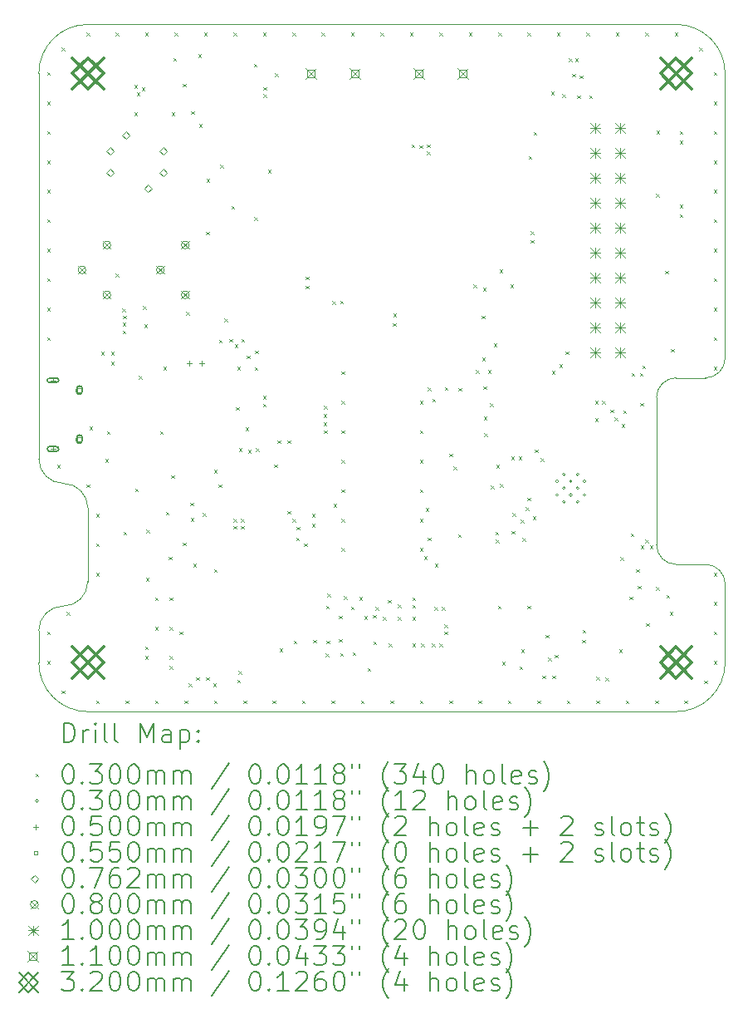
<source format=gbr>
%TF.GenerationSoftware,KiCad,Pcbnew,(6.0.10)*%
%TF.CreationDate,2023-01-09T17:37:19-08:00*%
%TF.ProjectId,ai-camera,61692d63-616d-4657-9261-2e6b69636164,rev?*%
%TF.SameCoordinates,PX5a995c0PY2aea540*%
%TF.FileFunction,Drillmap*%
%TF.FilePolarity,Positive*%
%FSLAX45Y45*%
G04 Gerber Fmt 4.5, Leading zero omitted, Abs format (unit mm)*
G04 Created by KiCad (PCBNEW (6.0.10)) date 2023-01-09 17:37:19*
%MOMM*%
%LPD*%
G01*
G04 APERTURE LIST*
%ADD10C,0.100000*%
%ADD11C,0.200000*%
%ADD12C,0.030000*%
%ADD13C,0.050000*%
%ADD14C,0.055000*%
%ADD15C,0.076200*%
%ADD16C,0.080000*%
%ADD17C,0.110000*%
%ADD18C,0.320000*%
G04 APERTURE END LIST*
D10*
X7000000Y-500000D02*
G75*
G03*
X6500000Y0I-500000J0D01*
G01*
X0Y-4425000D02*
G75*
G03*
X250000Y-4675000I250000J0D01*
G01*
X7000000Y-5700000D02*
X7000000Y-6500000D01*
X500000Y0D02*
X6500000Y0D01*
X6300000Y-5300000D02*
G75*
G03*
X6500000Y-5500000I200000J0D01*
G01*
X250000Y-5925000D02*
G75*
G03*
X0Y-6175000I0J-250000D01*
G01*
X6800000Y-3600000D02*
X6500000Y-3600000D01*
X500000Y0D02*
G75*
G03*
X0Y-500000I0J-500000D01*
G01*
X7000000Y-5700000D02*
G75*
G03*
X6800000Y-5500000I-200000J0D01*
G01*
X0Y-4425000D02*
X0Y-500000D01*
X500000Y-4925000D02*
G75*
G03*
X250000Y-4675000I-250000J0D01*
G01*
X6500000Y-3600000D02*
G75*
G03*
X6300000Y-3800000I0J-200000D01*
G01*
X6500000Y-5500000D02*
X6800000Y-5500000D01*
X6500000Y-7000000D02*
G75*
G03*
X7000000Y-6500000I0J500000D01*
G01*
X500000Y-5675000D02*
X500000Y-4925000D01*
X0Y-6175000D02*
X0Y-6500000D01*
X7000000Y-500000D02*
X7000000Y-3400000D01*
X0Y-6500000D02*
G75*
G03*
X500000Y-7000000I500000J0D01*
G01*
X6500000Y-7000000D02*
X500000Y-7000000D01*
X250000Y-5925000D02*
G75*
G03*
X500000Y-5675000I0J250000D01*
G01*
X6800000Y-3600000D02*
G75*
G03*
X7000000Y-3400000I0J200000D01*
G01*
X6300000Y-3800000D02*
X6300000Y-5300000D01*
D11*
D12*
X85000Y-485000D02*
X115000Y-515000D01*
X115000Y-485000D02*
X85000Y-515000D01*
X85000Y-785000D02*
X115000Y-815000D01*
X115000Y-785000D02*
X85000Y-815000D01*
X85000Y-1085000D02*
X115000Y-1115000D01*
X115000Y-1085000D02*
X85000Y-1115000D01*
X85000Y-1385000D02*
X115000Y-1415000D01*
X115000Y-1385000D02*
X85000Y-1415000D01*
X85000Y-1685000D02*
X115000Y-1715000D01*
X115000Y-1685000D02*
X85000Y-1715000D01*
X85000Y-1985000D02*
X115000Y-2015000D01*
X115000Y-1985000D02*
X85000Y-2015000D01*
X85000Y-2285000D02*
X115000Y-2315000D01*
X115000Y-2285000D02*
X85000Y-2315000D01*
X85000Y-2585000D02*
X115000Y-2615000D01*
X115000Y-2585000D02*
X85000Y-2615000D01*
X85000Y-2885000D02*
X115000Y-2915000D01*
X115000Y-2885000D02*
X85000Y-2915000D01*
X85000Y-3185000D02*
X115000Y-3215000D01*
X115000Y-3185000D02*
X85000Y-3215000D01*
X85000Y-6185000D02*
X115000Y-6215000D01*
X115000Y-6185000D02*
X85000Y-6215000D01*
X85000Y-6485000D02*
X115000Y-6515000D01*
X115000Y-6485000D02*
X85000Y-6515000D01*
X185000Y-4485000D02*
X215000Y-4515000D01*
X215000Y-4485000D02*
X185000Y-4515000D01*
X235000Y-235000D02*
X265000Y-265000D01*
X265000Y-235000D02*
X235000Y-265000D01*
X235000Y-6785000D02*
X265000Y-6815000D01*
X265000Y-6785000D02*
X235000Y-6815000D01*
X285000Y-5985000D02*
X315000Y-6015000D01*
X315000Y-5985000D02*
X285000Y-6015000D01*
X485000Y-85000D02*
X515000Y-115000D01*
X515000Y-85000D02*
X485000Y-115000D01*
X485000Y-4685000D02*
X515000Y-4715000D01*
X515000Y-4685000D02*
X485000Y-4715000D01*
X515000Y-4097000D02*
X545000Y-4127000D01*
X545000Y-4097000D02*
X515000Y-4127000D01*
X585000Y-4985000D02*
X615000Y-5015000D01*
X615000Y-4985000D02*
X585000Y-5015000D01*
X585000Y-5285000D02*
X615000Y-5315000D01*
X615000Y-5285000D02*
X585000Y-5315000D01*
X585000Y-5585000D02*
X615000Y-5615000D01*
X615000Y-5585000D02*
X585000Y-5615000D01*
X585000Y-6885000D02*
X615000Y-6915000D01*
X615000Y-6885000D02*
X585000Y-6915000D01*
X635000Y-3335000D02*
X665000Y-3365000D01*
X665000Y-3335000D02*
X635000Y-3365000D01*
X679000Y-4428000D02*
X709000Y-4458000D01*
X709000Y-4428000D02*
X679000Y-4458000D01*
X696000Y-4145000D02*
X726000Y-4175000D01*
X726000Y-4145000D02*
X696000Y-4175000D01*
X735000Y-3335000D02*
X765000Y-3365000D01*
X765000Y-3335000D02*
X735000Y-3365000D01*
X735000Y-3435000D02*
X765000Y-3465000D01*
X765000Y-3435000D02*
X735000Y-3465000D01*
X783000Y-2537000D02*
X813000Y-2567000D01*
X813000Y-2537000D02*
X783000Y-2567000D01*
X785000Y-85000D02*
X815000Y-115000D01*
X815000Y-85000D02*
X785000Y-115000D01*
X853000Y-2894000D02*
X883000Y-2924000D01*
X883000Y-2894000D02*
X853000Y-2924000D01*
X854000Y-3120000D02*
X884000Y-3150000D01*
X884000Y-3120000D02*
X854000Y-3150000D01*
X856000Y-3039000D02*
X886000Y-3069000D01*
X886000Y-3039000D02*
X856000Y-3069000D01*
X858000Y-2967000D02*
X888000Y-2997000D01*
X888000Y-2967000D02*
X858000Y-2997000D01*
X863000Y-5169000D02*
X893000Y-5199000D01*
X893000Y-5169000D02*
X863000Y-5199000D01*
X885000Y-6885000D02*
X915000Y-6915000D01*
X915000Y-6885000D02*
X885000Y-6915000D01*
X972500Y-615000D02*
X1002500Y-645000D01*
X1002500Y-615000D02*
X972500Y-645000D01*
X974000Y-897000D02*
X1004000Y-927000D01*
X1004000Y-897000D02*
X974000Y-927000D01*
X981000Y-4728000D02*
X1011000Y-4758000D01*
X1011000Y-4728000D02*
X981000Y-4758000D01*
X1000235Y-695235D02*
X1030235Y-725235D01*
X1030235Y-695235D02*
X1000235Y-725235D01*
X1020000Y-3580000D02*
X1050000Y-3610000D01*
X1050000Y-3580000D02*
X1020000Y-3610000D01*
X1051485Y-643985D02*
X1081485Y-673985D01*
X1081485Y-643985D02*
X1051485Y-673985D01*
X1064231Y-2870350D02*
X1094231Y-2900350D01*
X1094231Y-2870350D02*
X1064231Y-2900350D01*
X1077000Y-3057000D02*
X1107000Y-3087000D01*
X1107000Y-3057000D02*
X1077000Y-3087000D01*
X1085000Y-85000D02*
X1115000Y-115000D01*
X1115000Y-85000D02*
X1085000Y-115000D01*
X1085000Y-6335000D02*
X1115000Y-6365000D01*
X1115000Y-6335000D02*
X1085000Y-6365000D01*
X1085000Y-6435000D02*
X1115000Y-6465000D01*
X1115000Y-6435000D02*
X1085000Y-6465000D01*
X1092000Y-5637650D02*
X1122000Y-5667650D01*
X1122000Y-5637650D02*
X1092000Y-5667650D01*
X1098320Y-5148066D02*
X1128320Y-5178066D01*
X1128320Y-5148066D02*
X1098320Y-5178066D01*
X1185000Y-5835000D02*
X1215000Y-5865000D01*
X1215000Y-5835000D02*
X1185000Y-5865000D01*
X1185000Y-6135000D02*
X1215000Y-6165000D01*
X1215000Y-6135000D02*
X1185000Y-6165000D01*
X1185000Y-6885000D02*
X1215000Y-6915000D01*
X1215000Y-6885000D02*
X1185000Y-6915000D01*
X1235000Y-4145000D02*
X1265000Y-4175000D01*
X1265000Y-4145000D02*
X1235000Y-4175000D01*
X1270000Y-3485000D02*
X1300000Y-3515000D01*
X1300000Y-3485000D02*
X1270000Y-3515000D01*
X1296000Y-4965000D02*
X1326000Y-4995000D01*
X1326000Y-4965000D02*
X1296000Y-4995000D01*
X1327000Y-5420000D02*
X1357000Y-5450000D01*
X1357000Y-5420000D02*
X1327000Y-5450000D01*
X1335000Y-5835000D02*
X1365000Y-5865000D01*
X1365000Y-5835000D02*
X1335000Y-5865000D01*
X1335000Y-6135000D02*
X1365000Y-6165000D01*
X1365000Y-6135000D02*
X1335000Y-6165000D01*
X1335000Y-6435000D02*
X1365000Y-6465000D01*
X1365000Y-6435000D02*
X1335000Y-6465000D01*
X1335000Y-6535000D02*
X1365000Y-6565000D01*
X1365000Y-6535000D02*
X1335000Y-6565000D01*
X1349000Y-4592000D02*
X1379000Y-4622000D01*
X1379000Y-4592000D02*
X1349000Y-4622000D01*
X1354000Y-895000D02*
X1384000Y-925000D01*
X1384000Y-895000D02*
X1354000Y-925000D01*
X1370000Y-340000D02*
X1400000Y-370000D01*
X1400000Y-340000D02*
X1370000Y-370000D01*
X1385000Y-85000D02*
X1415000Y-115000D01*
X1415000Y-85000D02*
X1385000Y-115000D01*
X1435000Y-6185000D02*
X1465000Y-6215000D01*
X1465000Y-6185000D02*
X1435000Y-6215000D01*
X1470000Y-604000D02*
X1500000Y-634000D01*
X1500000Y-604000D02*
X1470000Y-634000D01*
X1470000Y-5279000D02*
X1500000Y-5309000D01*
X1500000Y-5279000D02*
X1470000Y-5309000D01*
X1485000Y-6885000D02*
X1515000Y-6915000D01*
X1515000Y-6885000D02*
X1485000Y-6915000D01*
X1502040Y-2929882D02*
X1532040Y-2959882D01*
X1532040Y-2929882D02*
X1502040Y-2959882D01*
X1530000Y-6715000D02*
X1560000Y-6745000D01*
X1560000Y-6715000D02*
X1530000Y-6745000D01*
X1547500Y-4870000D02*
X1577500Y-4900000D01*
X1577500Y-4870000D02*
X1547500Y-4900000D01*
X1550000Y-5027500D02*
X1580000Y-5057500D01*
X1580000Y-5027500D02*
X1550000Y-5057500D01*
X1556000Y-883000D02*
X1586000Y-913000D01*
X1586000Y-883000D02*
X1556000Y-913000D01*
X1576000Y-5495000D02*
X1606000Y-5525000D01*
X1606000Y-5495000D02*
X1576000Y-5525000D01*
X1605000Y-6650000D02*
X1635000Y-6680000D01*
X1635000Y-6650000D02*
X1605000Y-6680000D01*
X1625750Y-301750D02*
X1655750Y-331750D01*
X1655750Y-301750D02*
X1625750Y-331750D01*
X1635000Y-1015000D02*
X1665000Y-1045000D01*
X1665000Y-1015000D02*
X1635000Y-1045000D01*
X1673000Y-4977000D02*
X1703000Y-5007000D01*
X1703000Y-4977000D02*
X1673000Y-5007000D01*
X1685000Y-85000D02*
X1715000Y-115000D01*
X1715000Y-85000D02*
X1685000Y-115000D01*
X1704000Y-2112000D02*
X1734000Y-2142000D01*
X1734000Y-2112000D02*
X1704000Y-2142000D01*
X1705000Y-6650000D02*
X1735000Y-6680000D01*
X1735000Y-6650000D02*
X1705000Y-6680000D01*
X1710000Y-1574000D02*
X1740000Y-1604000D01*
X1740000Y-1574000D02*
X1710000Y-1604000D01*
X1780000Y-6715000D02*
X1810000Y-6745000D01*
X1810000Y-6715000D02*
X1780000Y-6745000D01*
X1785000Y-4535000D02*
X1815000Y-4565000D01*
X1815000Y-4535000D02*
X1785000Y-4565000D01*
X1785000Y-6885000D02*
X1815000Y-6915000D01*
X1815000Y-6885000D02*
X1785000Y-6915000D01*
X1787000Y-5549000D02*
X1817000Y-5579000D01*
X1817000Y-5549000D02*
X1787000Y-5579000D01*
X1835000Y-4685000D02*
X1865000Y-4715000D01*
X1865000Y-4685000D02*
X1835000Y-4715000D01*
X1837000Y-3212000D02*
X1867000Y-3242000D01*
X1867000Y-3212000D02*
X1837000Y-3242000D01*
X1849000Y-1431000D02*
X1879000Y-1461000D01*
X1879000Y-1431000D02*
X1849000Y-1461000D01*
X1894000Y-2995000D02*
X1924000Y-3025000D01*
X1924000Y-2995000D02*
X1894000Y-3025000D01*
X1942500Y-3205000D02*
X1972500Y-3235000D01*
X1972500Y-3205000D02*
X1942500Y-3235000D01*
X1964000Y-1847000D02*
X1994000Y-1877000D01*
X1994000Y-1847000D02*
X1964000Y-1877000D01*
X1985000Y-85000D02*
X2015000Y-115000D01*
X2015000Y-85000D02*
X1985000Y-115000D01*
X1985000Y-5035000D02*
X2015000Y-5065000D01*
X2015000Y-5035000D02*
X1985000Y-5065000D01*
X1985000Y-5110000D02*
X2015000Y-5140000D01*
X2015000Y-5110000D02*
X1985000Y-5140000D01*
X1997500Y-3257500D02*
X2027500Y-3287500D01*
X2027500Y-3257500D02*
X1997500Y-3287500D01*
X2011000Y-3897000D02*
X2041000Y-3927000D01*
X2041000Y-3897000D02*
X2011000Y-3927000D01*
X2025000Y-3487500D02*
X2055000Y-3517500D01*
X2055000Y-3487500D02*
X2025000Y-3517500D01*
X2025352Y-6675352D02*
X2055352Y-6705352D01*
X2055352Y-6675352D02*
X2025352Y-6705352D01*
X2035000Y-6585000D02*
X2065000Y-6615000D01*
X2065000Y-6585000D02*
X2035000Y-6615000D01*
X2039704Y-4318296D02*
X2069704Y-4348296D01*
X2069704Y-4318296D02*
X2039704Y-4348296D01*
X2060000Y-5035000D02*
X2090000Y-5065000D01*
X2090000Y-5035000D02*
X2060000Y-5065000D01*
X2060000Y-5110000D02*
X2090000Y-5140000D01*
X2090000Y-5110000D02*
X2060000Y-5140000D01*
X2067500Y-3205000D02*
X2097500Y-3235000D01*
X2097500Y-3205000D02*
X2067500Y-3235000D01*
X2085000Y-6885000D02*
X2115000Y-6915000D01*
X2115000Y-6885000D02*
X2085000Y-6915000D01*
X2110000Y-4104000D02*
X2140000Y-4134000D01*
X2140000Y-4104000D02*
X2110000Y-4134000D01*
X2120000Y-3372500D02*
X2150000Y-3402500D01*
X2150000Y-3372500D02*
X2120000Y-3402500D01*
X2135000Y-4335000D02*
X2165000Y-4365000D01*
X2165000Y-4335000D02*
X2135000Y-4365000D01*
X2194094Y-401578D02*
X2224094Y-431578D01*
X2224094Y-401578D02*
X2194094Y-431578D01*
X2199000Y-1962260D02*
X2229000Y-1992260D01*
X2229000Y-1962260D02*
X2199000Y-1992260D01*
X2202500Y-3492500D02*
X2232500Y-3522500D01*
X2232500Y-3492500D02*
X2202500Y-3522500D01*
X2207500Y-3320000D02*
X2237500Y-3350000D01*
X2237500Y-3320000D02*
X2207500Y-3350000D01*
X2214000Y-4319000D02*
X2244000Y-4349000D01*
X2244000Y-4319000D02*
X2214000Y-4349000D01*
X2285000Y-85000D02*
X2315000Y-115000D01*
X2315000Y-85000D02*
X2285000Y-115000D01*
X2285000Y-3785000D02*
X2315000Y-3815000D01*
X2315000Y-3785000D02*
X2285000Y-3815000D01*
X2285000Y-3862190D02*
X2315000Y-3892190D01*
X2315000Y-3862190D02*
X2285000Y-3892190D01*
X2289000Y-638000D02*
X2319000Y-668000D01*
X2319000Y-638000D02*
X2289000Y-668000D01*
X2290000Y-711000D02*
X2320000Y-741000D01*
X2320000Y-711000D02*
X2290000Y-741000D01*
X2335000Y-1482500D02*
X2365000Y-1512500D01*
X2365000Y-1482500D02*
X2335000Y-1512500D01*
X2385000Y-6885000D02*
X2415000Y-6915000D01*
X2415000Y-6885000D02*
X2385000Y-6915000D01*
X2402500Y-4480000D02*
X2432500Y-4510000D01*
X2432500Y-4480000D02*
X2402500Y-4510000D01*
X2407350Y-497500D02*
X2437350Y-527500D01*
X2437350Y-497500D02*
X2407350Y-527500D01*
X2435000Y-4235000D02*
X2465000Y-4265000D01*
X2465000Y-4235000D02*
X2435000Y-4265000D01*
X2454000Y-6355000D02*
X2484000Y-6385000D01*
X2484000Y-6355000D02*
X2454000Y-6385000D01*
X2535000Y-4235000D02*
X2565000Y-4265000D01*
X2565000Y-4235000D02*
X2535000Y-4265000D01*
X2538000Y-4957000D02*
X2568000Y-4987000D01*
X2568000Y-4957000D02*
X2538000Y-4987000D01*
X2585000Y-85000D02*
X2615000Y-115000D01*
X2615000Y-85000D02*
X2585000Y-115000D01*
X2585000Y-5035000D02*
X2615000Y-5065000D01*
X2615000Y-5035000D02*
X2585000Y-5065000D01*
X2601000Y-6275000D02*
X2631000Y-6305000D01*
X2631000Y-6275000D02*
X2601000Y-6305000D01*
X2625000Y-5225000D02*
X2655000Y-5255000D01*
X2655000Y-5225000D02*
X2625000Y-5255000D01*
X2629000Y-5118000D02*
X2659000Y-5148000D01*
X2659000Y-5118000D02*
X2629000Y-5148000D01*
X2685000Y-6885000D02*
X2715000Y-6915000D01*
X2715000Y-6885000D02*
X2685000Y-6915000D01*
X2705000Y-5285000D02*
X2735000Y-5315000D01*
X2735000Y-5285000D02*
X2705000Y-5315000D01*
X2720000Y-2660000D02*
X2750000Y-2690000D01*
X2750000Y-2660000D02*
X2720000Y-2690000D01*
X2721000Y-2569000D02*
X2751000Y-2599000D01*
X2751000Y-2569000D02*
X2721000Y-2599000D01*
X2785000Y-4985000D02*
X2815000Y-5015000D01*
X2815000Y-4985000D02*
X2785000Y-5015000D01*
X2785000Y-5085000D02*
X2815000Y-5115000D01*
X2815000Y-5085000D02*
X2785000Y-5115000D01*
X2797000Y-6269000D02*
X2827000Y-6299000D01*
X2827000Y-6269000D02*
X2797000Y-6299000D01*
X2885000Y-85000D02*
X2915000Y-115000D01*
X2915000Y-85000D02*
X2885000Y-115000D01*
X2903000Y-3971500D02*
X2933000Y-4001500D01*
X2933000Y-3971500D02*
X2903000Y-4001500D01*
X2903000Y-4056500D02*
X2933000Y-4086500D01*
X2933000Y-4056500D02*
X2903000Y-4086500D01*
X2910000Y-3885000D02*
X2940000Y-3915000D01*
X2940000Y-3885000D02*
X2910000Y-3915000D01*
X2910000Y-4135000D02*
X2940000Y-4165000D01*
X2940000Y-4135000D02*
X2910000Y-4165000D01*
X2925416Y-6407810D02*
X2955416Y-6437810D01*
X2955416Y-6407810D02*
X2925416Y-6437810D01*
X2929000Y-5923000D02*
X2959000Y-5953000D01*
X2959000Y-5923000D02*
X2929000Y-5953000D01*
X2934177Y-6277614D02*
X2964177Y-6307614D01*
X2964177Y-6277614D02*
X2934177Y-6307614D01*
X2943000Y-5800000D02*
X2973000Y-5830000D01*
X2973000Y-5800000D02*
X2943000Y-5830000D01*
X2985000Y-6885000D02*
X3015000Y-6915000D01*
X3015000Y-6885000D02*
X2985000Y-6915000D01*
X2994000Y-2819000D02*
X3024000Y-2849000D01*
X3024000Y-2819000D02*
X2994000Y-2849000D01*
X3005000Y-4885000D02*
X3035000Y-4915000D01*
X3035000Y-4885000D02*
X3005000Y-4915000D01*
X3059000Y-6023467D02*
X3089000Y-6053467D01*
X3089000Y-6023467D02*
X3059000Y-6053467D01*
X3060000Y-6259373D02*
X3090000Y-6289373D01*
X3090000Y-6259373D02*
X3060000Y-6289373D01*
X3074869Y-6402810D02*
X3104869Y-6432810D01*
X3104869Y-6402810D02*
X3074869Y-6432810D01*
X3075000Y-2812000D02*
X3105000Y-2842000D01*
X3105000Y-2812000D02*
X3075000Y-2842000D01*
X3085000Y-3535000D02*
X3115000Y-3565000D01*
X3115000Y-3535000D02*
X3085000Y-3565000D01*
X3085000Y-3835000D02*
X3115000Y-3865000D01*
X3115000Y-3835000D02*
X3085000Y-3865000D01*
X3085000Y-4135000D02*
X3115000Y-4165000D01*
X3115000Y-4135000D02*
X3085000Y-4165000D01*
X3085000Y-4435000D02*
X3115000Y-4465000D01*
X3115000Y-4435000D02*
X3085000Y-4465000D01*
X3085000Y-4735000D02*
X3115000Y-4765000D01*
X3115000Y-4735000D02*
X3085000Y-4765000D01*
X3085000Y-5035000D02*
X3115000Y-5065000D01*
X3115000Y-5035000D02*
X3085000Y-5065000D01*
X3085000Y-5335000D02*
X3115000Y-5365000D01*
X3115000Y-5335000D02*
X3085000Y-5365000D01*
X3113000Y-5824000D02*
X3143000Y-5854000D01*
X3143000Y-5824000D02*
X3113000Y-5854000D01*
X3184000Y-5928000D02*
X3214000Y-5958000D01*
X3214000Y-5928000D02*
X3184000Y-5958000D01*
X3185000Y-85000D02*
X3215000Y-115000D01*
X3215000Y-85000D02*
X3185000Y-115000D01*
X3200000Y-6394000D02*
X3230000Y-6424000D01*
X3230000Y-6394000D02*
X3200000Y-6424000D01*
X3269000Y-5831000D02*
X3299000Y-5861000D01*
X3299000Y-5831000D02*
X3269000Y-5861000D01*
X3285000Y-6885000D02*
X3315000Y-6915000D01*
X3315000Y-6885000D02*
X3285000Y-6915000D01*
X3319000Y-6028350D02*
X3349000Y-6058350D01*
X3349000Y-6028350D02*
X3319000Y-6058350D01*
X3352000Y-6555700D02*
X3382000Y-6585700D01*
X3382000Y-6555700D02*
X3352000Y-6585700D01*
X3408000Y-6016000D02*
X3438000Y-6046000D01*
X3438000Y-6016000D02*
X3408000Y-6046000D01*
X3411000Y-6284000D02*
X3441000Y-6314000D01*
X3441000Y-6284000D02*
X3411000Y-6314000D01*
X3435000Y-5935000D02*
X3465000Y-5965000D01*
X3465000Y-5935000D02*
X3435000Y-5965000D01*
X3485000Y-85000D02*
X3515000Y-115000D01*
X3515000Y-85000D02*
X3485000Y-115000D01*
X3510000Y-6035000D02*
X3540000Y-6065000D01*
X3540000Y-6035000D02*
X3510000Y-6065000D01*
X3560000Y-5860000D02*
X3590000Y-5890000D01*
X3590000Y-5860000D02*
X3560000Y-5890000D01*
X3571000Y-6306000D02*
X3601000Y-6336000D01*
X3601000Y-6306000D02*
X3571000Y-6336000D01*
X3585000Y-6885000D02*
X3615000Y-6915000D01*
X3615000Y-6885000D02*
X3585000Y-6915000D01*
X3613000Y-3042000D02*
X3643000Y-3072000D01*
X3643000Y-3042000D02*
X3613000Y-3072000D01*
X3614000Y-2945000D02*
X3644000Y-2975000D01*
X3644000Y-2945000D02*
X3614000Y-2975000D01*
X3660000Y-5910000D02*
X3690000Y-5940000D01*
X3690000Y-5910000D02*
X3660000Y-5940000D01*
X3660000Y-6035000D02*
X3690000Y-6065000D01*
X3690000Y-6035000D02*
X3660000Y-6065000D01*
X3785000Y-85000D02*
X3815000Y-115000D01*
X3815000Y-85000D02*
X3785000Y-115000D01*
X3803000Y-1223000D02*
X3833000Y-1253000D01*
X3833000Y-1223000D02*
X3803000Y-1253000D01*
X3810000Y-5835000D02*
X3840000Y-5865000D01*
X3840000Y-5835000D02*
X3810000Y-5865000D01*
X3810000Y-5912350D02*
X3840000Y-5942350D01*
X3840000Y-5912350D02*
X3810000Y-5942350D01*
X3810000Y-6035000D02*
X3840000Y-6065000D01*
X3840000Y-6035000D02*
X3810000Y-6065000D01*
X3811000Y-6305000D02*
X3841000Y-6335000D01*
X3841000Y-6305000D02*
X3811000Y-6335000D01*
X3880000Y-1230000D02*
X3910000Y-1260000D01*
X3910000Y-1230000D02*
X3880000Y-1260000D01*
X3884769Y-3835213D02*
X3914769Y-3865213D01*
X3914769Y-3835213D02*
X3884769Y-3865213D01*
X3885000Y-4135000D02*
X3915000Y-4165000D01*
X3915000Y-4135000D02*
X3885000Y-4165000D01*
X3885000Y-4435000D02*
X3915000Y-4465000D01*
X3915000Y-4435000D02*
X3885000Y-4465000D01*
X3885000Y-4735000D02*
X3915000Y-4765000D01*
X3915000Y-4735000D02*
X3885000Y-4765000D01*
X3885000Y-5035000D02*
X3915000Y-5065000D01*
X3915000Y-5035000D02*
X3885000Y-5065000D01*
X3885000Y-5335000D02*
X3915000Y-5365000D01*
X3915000Y-5335000D02*
X3885000Y-5365000D01*
X3885000Y-6885000D02*
X3915000Y-6915000D01*
X3915000Y-6885000D02*
X3885000Y-6915000D01*
X3899000Y-6305000D02*
X3929000Y-6335000D01*
X3929000Y-6305000D02*
X3899000Y-6335000D01*
X3928000Y-5418000D02*
X3958000Y-5448000D01*
X3958000Y-5418000D02*
X3928000Y-5448000D01*
X3945000Y-4925000D02*
X3975000Y-4955000D01*
X3975000Y-4925000D02*
X3945000Y-4955000D01*
X3957000Y-1221000D02*
X3987000Y-1251000D01*
X3987000Y-1221000D02*
X3957000Y-1251000D01*
X3958000Y-1294000D02*
X3988000Y-1324000D01*
X3988000Y-1294000D02*
X3958000Y-1324000D01*
X3965000Y-5225000D02*
X3995000Y-5255000D01*
X3995000Y-5225000D02*
X3965000Y-5255000D01*
X3968898Y-3697102D02*
X3998898Y-3727102D01*
X3998898Y-3697102D02*
X3968898Y-3727102D01*
X4010000Y-6305000D02*
X4040000Y-6335000D01*
X4040000Y-6305000D02*
X4010000Y-6335000D01*
X4013000Y-3813000D02*
X4043000Y-3843000D01*
X4043000Y-3813000D02*
X4013000Y-3843000D01*
X4035861Y-5935861D02*
X4065861Y-5965861D01*
X4065861Y-5935861D02*
X4035861Y-5965861D01*
X4040000Y-5493000D02*
X4070000Y-5523000D01*
X4070000Y-5493000D02*
X4040000Y-5523000D01*
X4085000Y-85000D02*
X4115000Y-115000D01*
X4115000Y-85000D02*
X4085000Y-115000D01*
X4085000Y-6305000D02*
X4115000Y-6335000D01*
X4115000Y-6305000D02*
X4085000Y-6335000D01*
X4110000Y-5935000D02*
X4140000Y-5965000D01*
X4140000Y-5935000D02*
X4110000Y-5965000D01*
X4135000Y-6110000D02*
X4165000Y-6140000D01*
X4165000Y-6110000D02*
X4135000Y-6140000D01*
X4135000Y-6185000D02*
X4165000Y-6215000D01*
X4165000Y-6185000D02*
X4135000Y-6215000D01*
X4140350Y-3695000D02*
X4170350Y-3725000D01*
X4170350Y-3695000D02*
X4140350Y-3725000D01*
X4185000Y-6885000D02*
X4215000Y-6915000D01*
X4215000Y-6885000D02*
X4185000Y-6915000D01*
X4189000Y-4371000D02*
X4219000Y-4401000D01*
X4219000Y-4371000D02*
X4189000Y-4401000D01*
X4228000Y-4502000D02*
X4258000Y-4532000D01*
X4258000Y-4502000D02*
X4228000Y-4532000D01*
X4277000Y-5192000D02*
X4307000Y-5222000D01*
X4307000Y-5192000D02*
X4277000Y-5222000D01*
X4280650Y-3702895D02*
X4310650Y-3732895D01*
X4310650Y-3702895D02*
X4280650Y-3732895D01*
X4385000Y-85000D02*
X4415000Y-115000D01*
X4415000Y-85000D02*
X4385000Y-115000D01*
X4433000Y-2649000D02*
X4463000Y-2679000D01*
X4463000Y-2649000D02*
X4433000Y-2679000D01*
X4459000Y-3521000D02*
X4489000Y-3551000D01*
X4489000Y-3521000D02*
X4459000Y-3551000D01*
X4485000Y-6885000D02*
X4515000Y-6915000D01*
X4515000Y-6885000D02*
X4485000Y-6915000D01*
X4518000Y-2966650D02*
X4548000Y-2996650D01*
X4548000Y-2966650D02*
X4518000Y-2996650D01*
X4520000Y-3394000D02*
X4550000Y-3424000D01*
X4550000Y-3394000D02*
X4520000Y-3424000D01*
X4528352Y-2683648D02*
X4558352Y-2713648D01*
X4558352Y-2683648D02*
X4528352Y-2713648D01*
X4535000Y-3685000D02*
X4565000Y-3715000D01*
X4565000Y-3685000D02*
X4535000Y-3715000D01*
X4540000Y-3994000D02*
X4570000Y-4024000D01*
X4570000Y-3994000D02*
X4540000Y-4024000D01*
X4543000Y-4165000D02*
X4573000Y-4195000D01*
X4573000Y-4165000D02*
X4543000Y-4195000D01*
X4580000Y-3521000D02*
X4610000Y-3551000D01*
X4610000Y-3521000D02*
X4580000Y-3551000D01*
X4604000Y-3861350D02*
X4634000Y-3891350D01*
X4634000Y-3861350D02*
X4604000Y-3891350D01*
X4608030Y-4696266D02*
X4638030Y-4726266D01*
X4638030Y-4696266D02*
X4608030Y-4726266D01*
X4639000Y-3249000D02*
X4669000Y-3279000D01*
X4669000Y-3249000D02*
X4639000Y-3279000D01*
X4655000Y-5169000D02*
X4685000Y-5199000D01*
X4685000Y-5169000D02*
X4655000Y-5199000D01*
X4661000Y-5249000D02*
X4691000Y-5279000D01*
X4691000Y-5249000D02*
X4661000Y-5279000D01*
X4667000Y-4484000D02*
X4697000Y-4514000D01*
X4697000Y-4484000D02*
X4667000Y-4514000D01*
X4684000Y-5921000D02*
X4714000Y-5951000D01*
X4714000Y-5921000D02*
X4684000Y-5951000D01*
X4685000Y-85000D02*
X4715000Y-115000D01*
X4715000Y-85000D02*
X4685000Y-115000D01*
X4699000Y-2498000D02*
X4729000Y-2528000D01*
X4729000Y-2498000D02*
X4699000Y-2528000D01*
X4701774Y-4683000D02*
X4731774Y-4713000D01*
X4731774Y-4683000D02*
X4701774Y-4713000D01*
X4726148Y-6493148D02*
X4756148Y-6523148D01*
X4756148Y-6493148D02*
X4726148Y-6523148D01*
X4785000Y-6885000D02*
X4815000Y-6915000D01*
X4815000Y-6885000D02*
X4785000Y-6915000D01*
X4807350Y-2651000D02*
X4837350Y-2681000D01*
X4837350Y-2651000D02*
X4807350Y-2681000D01*
X4819393Y-4403510D02*
X4849393Y-4433510D01*
X4849393Y-4403510D02*
X4819393Y-4433510D01*
X4819863Y-5159381D02*
X4849863Y-5189381D01*
X4849863Y-5159381D02*
X4819863Y-5189381D01*
X4830000Y-4978000D02*
X4860000Y-5008000D01*
X4860000Y-4978000D02*
X4830000Y-5008000D01*
X4892000Y-4401000D02*
X4922000Y-4431000D01*
X4922000Y-4401000D02*
X4892000Y-4431000D01*
X4902500Y-6537500D02*
X4932500Y-6567500D01*
X4932500Y-6537500D02*
X4902500Y-6567500D01*
X4915000Y-5044000D02*
X4945000Y-5074000D01*
X4945000Y-5044000D02*
X4915000Y-5074000D01*
X4917500Y-6367500D02*
X4947500Y-6397500D01*
X4947500Y-6367500D02*
X4917500Y-6397500D01*
X4931500Y-5232000D02*
X4961500Y-5262000D01*
X4961500Y-5232000D02*
X4931500Y-5262000D01*
X4968000Y-4918000D02*
X4998000Y-4948000D01*
X4998000Y-4918000D02*
X4968000Y-4948000D01*
X4981852Y-4820148D02*
X5011852Y-4850148D01*
X5011852Y-4820148D02*
X4981852Y-4850148D01*
X4982000Y-5921000D02*
X5012000Y-5951000D01*
X5012000Y-5921000D02*
X4982000Y-5951000D01*
X4985000Y-85000D02*
X5015000Y-115000D01*
X5015000Y-85000D02*
X4985000Y-115000D01*
X4994650Y-1339000D02*
X5024650Y-1369000D01*
X5024650Y-1339000D02*
X4994650Y-1369000D01*
X5015150Y-2108000D02*
X5045150Y-2138000D01*
X5045150Y-2108000D02*
X5015150Y-2138000D01*
X5015150Y-2195000D02*
X5045150Y-2225000D01*
X5045150Y-2195000D02*
X5015150Y-2225000D01*
X5037500Y-5010000D02*
X5067500Y-5040000D01*
X5067500Y-5010000D02*
X5037500Y-5040000D01*
X5046000Y-1096000D02*
X5076000Y-1126000D01*
X5076000Y-1096000D02*
X5046000Y-1126000D01*
X5060000Y-4330000D02*
X5090000Y-4360000D01*
X5090000Y-4330000D02*
X5060000Y-4360000D01*
X5085000Y-6885000D02*
X5115000Y-6915000D01*
X5115000Y-6885000D02*
X5085000Y-6915000D01*
X5120000Y-4417500D02*
X5150000Y-4447500D01*
X5150000Y-4417500D02*
X5120000Y-4447500D01*
X5135000Y-6633500D02*
X5165000Y-6663500D01*
X5165000Y-6633500D02*
X5135000Y-6663500D01*
X5170000Y-6217500D02*
X5200000Y-6247500D01*
X5200000Y-6217500D02*
X5170000Y-6247500D01*
X5192500Y-6450000D02*
X5222500Y-6480000D01*
X5222500Y-6450000D02*
X5192500Y-6480000D01*
X5225000Y-686000D02*
X5255000Y-716000D01*
X5255000Y-686000D02*
X5225000Y-716000D01*
X5231000Y-3530000D02*
X5261000Y-3560000D01*
X5261000Y-3530000D02*
X5231000Y-3560000D01*
X5235000Y-6633500D02*
X5265000Y-6663500D01*
X5265000Y-6633500D02*
X5235000Y-6663500D01*
X5262500Y-6420000D02*
X5292500Y-6450000D01*
X5292500Y-6420000D02*
X5262500Y-6450000D01*
X5285000Y-85000D02*
X5315000Y-115000D01*
X5315000Y-85000D02*
X5285000Y-115000D01*
X5309000Y-3461000D02*
X5339000Y-3491000D01*
X5339000Y-3461000D02*
X5309000Y-3491000D01*
X5338000Y-712000D02*
X5368000Y-742000D01*
X5368000Y-712000D02*
X5338000Y-742000D01*
X5370350Y-3331376D02*
X5400350Y-3361376D01*
X5400350Y-3331376D02*
X5370350Y-3361376D01*
X5385000Y-6885000D02*
X5415000Y-6915000D01*
X5415000Y-6885000D02*
X5385000Y-6915000D01*
X5405000Y-344000D02*
X5435000Y-374000D01*
X5435000Y-344000D02*
X5405000Y-374000D01*
X5439000Y-502000D02*
X5469000Y-532000D01*
X5469000Y-502000D02*
X5439000Y-532000D01*
X5471000Y-345000D02*
X5501000Y-375000D01*
X5501000Y-345000D02*
X5471000Y-375000D01*
X5490000Y-722000D02*
X5520000Y-752000D01*
X5520000Y-722000D02*
X5490000Y-752000D01*
X5516000Y-519000D02*
X5546000Y-549000D01*
X5546000Y-519000D02*
X5516000Y-549000D01*
X5542500Y-6267500D02*
X5572500Y-6297500D01*
X5572500Y-6267500D02*
X5542500Y-6297500D01*
X5545000Y-6165000D02*
X5575000Y-6195000D01*
X5575000Y-6165000D02*
X5545000Y-6195000D01*
X5585000Y-85000D02*
X5615000Y-115000D01*
X5615000Y-85000D02*
X5585000Y-115000D01*
X5612000Y-722000D02*
X5642000Y-752000D01*
X5642000Y-722000D02*
X5612000Y-752000D01*
X5670850Y-3835000D02*
X5700850Y-3865000D01*
X5700850Y-3835000D02*
X5670850Y-3865000D01*
X5671000Y-4011000D02*
X5701000Y-4041000D01*
X5701000Y-4011000D02*
X5671000Y-4041000D01*
X5685000Y-6647000D02*
X5715000Y-6677000D01*
X5715000Y-6647000D02*
X5685000Y-6677000D01*
X5685000Y-6885000D02*
X5715000Y-6915000D01*
X5715000Y-6885000D02*
X5685000Y-6915000D01*
X5743500Y-3835000D02*
X5773500Y-3865000D01*
X5773500Y-3835000D02*
X5743500Y-3865000D01*
X5778000Y-6653000D02*
X5808000Y-6683000D01*
X5808000Y-6653000D02*
X5778000Y-6683000D01*
X5829649Y-3924503D02*
X5859649Y-3954503D01*
X5859649Y-3924503D02*
X5829649Y-3954503D01*
X5872350Y-4003499D02*
X5902350Y-4033499D01*
X5902350Y-4003499D02*
X5872350Y-4033499D01*
X5885000Y-85000D02*
X5915000Y-115000D01*
X5915000Y-85000D02*
X5885000Y-115000D01*
X5920000Y-6364073D02*
X5950000Y-6394073D01*
X5950000Y-6364073D02*
X5920000Y-6394073D01*
X5933000Y-5426000D02*
X5963000Y-5456000D01*
X5963000Y-5426000D02*
X5933000Y-5456000D01*
X5944824Y-4069618D02*
X5974824Y-4099618D01*
X5974824Y-4069618D02*
X5944824Y-4099618D01*
X5962500Y-3930000D02*
X5992500Y-3960000D01*
X5992500Y-3930000D02*
X5962500Y-3960000D01*
X5985000Y-6885000D02*
X6015000Y-6915000D01*
X6015000Y-6885000D02*
X5985000Y-6915000D01*
X6022000Y-5827000D02*
X6052000Y-5857000D01*
X6052000Y-5827000D02*
X6022000Y-5857000D01*
X6035000Y-5185000D02*
X6065000Y-5215000D01*
X6065000Y-5185000D02*
X6035000Y-5215000D01*
X6046000Y-3550000D02*
X6076000Y-3580000D01*
X6076000Y-3550000D02*
X6046000Y-3580000D01*
X6089829Y-5546726D02*
X6119829Y-5576726D01*
X6119829Y-5546726D02*
X6089829Y-5576726D01*
X6107000Y-5718000D02*
X6137000Y-5748000D01*
X6137000Y-5718000D02*
X6107000Y-5748000D01*
X6130000Y-3550000D02*
X6160000Y-3580000D01*
X6160000Y-3550000D02*
X6130000Y-3580000D01*
X6135000Y-3854000D02*
X6165000Y-3884000D01*
X6165000Y-3854000D02*
X6135000Y-3884000D01*
X6138000Y-5309000D02*
X6168000Y-5339000D01*
X6168000Y-5309000D02*
X6138000Y-5339000D01*
X6156000Y-3474000D02*
X6186000Y-3504000D01*
X6186000Y-3474000D02*
X6156000Y-3504000D01*
X6183000Y-5247000D02*
X6213000Y-5277000D01*
X6213000Y-5247000D02*
X6183000Y-5277000D01*
X6185000Y-85000D02*
X6215000Y-115000D01*
X6215000Y-85000D02*
X6185000Y-115000D01*
X6195000Y-6100000D02*
X6225000Y-6130000D01*
X6225000Y-6100000D02*
X6195000Y-6130000D01*
X6230000Y-5308000D02*
X6260000Y-5338000D01*
X6260000Y-5308000D02*
X6230000Y-5338000D01*
X6285000Y-6885000D02*
X6315000Y-6915000D01*
X6315000Y-6885000D02*
X6285000Y-6915000D01*
X6293000Y-5730000D02*
X6323000Y-5760000D01*
X6323000Y-5730000D02*
X6293000Y-5760000D01*
X6295000Y-1725000D02*
X6325000Y-1755000D01*
X6325000Y-1725000D02*
X6295000Y-1755000D01*
X6299000Y-1082000D02*
X6329000Y-1112000D01*
X6329000Y-1082000D02*
X6299000Y-1112000D01*
X6389000Y-2510000D02*
X6419000Y-2540000D01*
X6419000Y-2510000D02*
X6389000Y-2540000D01*
X6402000Y-5812000D02*
X6432000Y-5842000D01*
X6432000Y-5812000D02*
X6402000Y-5842000D01*
X6433750Y-5985750D02*
X6463750Y-6015750D01*
X6463750Y-5985750D02*
X6433750Y-6015750D01*
X6448000Y-3305000D02*
X6478000Y-3335000D01*
X6478000Y-3305000D02*
X6448000Y-3335000D01*
X6485000Y-85000D02*
X6515000Y-115000D01*
X6515000Y-85000D02*
X6485000Y-115000D01*
X6535000Y-1085000D02*
X6565000Y-1115000D01*
X6565000Y-1085000D02*
X6535000Y-1115000D01*
X6535000Y-1185000D02*
X6565000Y-1215000D01*
X6565000Y-1185000D02*
X6535000Y-1215000D01*
X6535000Y-1835000D02*
X6565000Y-1865000D01*
X6565000Y-1835000D02*
X6535000Y-1865000D01*
X6535000Y-1935000D02*
X6565000Y-1965000D01*
X6565000Y-1935000D02*
X6535000Y-1965000D01*
X6585000Y-6885000D02*
X6615000Y-6915000D01*
X6615000Y-6885000D02*
X6585000Y-6915000D01*
X6735000Y-235000D02*
X6765000Y-265000D01*
X6765000Y-235000D02*
X6735000Y-265000D01*
X6785000Y-6685000D02*
X6815000Y-6715000D01*
X6815000Y-6685000D02*
X6785000Y-6715000D01*
X6885000Y-485000D02*
X6915000Y-515000D01*
X6915000Y-485000D02*
X6885000Y-515000D01*
X6885000Y-785000D02*
X6915000Y-815000D01*
X6915000Y-785000D02*
X6885000Y-815000D01*
X6885000Y-1085000D02*
X6915000Y-1115000D01*
X6915000Y-1085000D02*
X6885000Y-1115000D01*
X6885000Y-1385000D02*
X6915000Y-1415000D01*
X6915000Y-1385000D02*
X6885000Y-1415000D01*
X6885000Y-1685000D02*
X6915000Y-1715000D01*
X6915000Y-1685000D02*
X6885000Y-1715000D01*
X6885000Y-1985000D02*
X6915000Y-2015000D01*
X6915000Y-1985000D02*
X6885000Y-2015000D01*
X6885000Y-2285000D02*
X6915000Y-2315000D01*
X6915000Y-2285000D02*
X6885000Y-2315000D01*
X6885000Y-2585000D02*
X6915000Y-2615000D01*
X6915000Y-2585000D02*
X6885000Y-2615000D01*
X6885000Y-2885000D02*
X6915000Y-2915000D01*
X6915000Y-2885000D02*
X6885000Y-2915000D01*
X6885000Y-3185000D02*
X6915000Y-3215000D01*
X6915000Y-3185000D02*
X6885000Y-3215000D01*
X6885000Y-3485000D02*
X6915000Y-3515000D01*
X6915000Y-3485000D02*
X6885000Y-3515000D01*
X6885000Y-5585000D02*
X6915000Y-5615000D01*
X6915000Y-5585000D02*
X6885000Y-5615000D01*
X6885000Y-5885000D02*
X6915000Y-5915000D01*
X6915000Y-5885000D02*
X6885000Y-5915000D01*
X6885000Y-6185000D02*
X6915000Y-6215000D01*
X6915000Y-6185000D02*
X6885000Y-6215000D01*
X6885000Y-6485000D02*
X6915000Y-6515000D01*
X6915000Y-6485000D02*
X6885000Y-6515000D01*
X5301000Y-4653000D02*
G75*
G03*
X5301000Y-4653000I-15000J0D01*
G01*
X5301000Y-4793000D02*
G75*
G03*
X5301000Y-4793000I-15000J0D01*
G01*
X5371000Y-4583000D02*
G75*
G03*
X5371000Y-4583000I-15000J0D01*
G01*
X5371000Y-4723000D02*
G75*
G03*
X5371000Y-4723000I-15000J0D01*
G01*
X5371000Y-4863000D02*
G75*
G03*
X5371000Y-4863000I-15000J0D01*
G01*
X5441000Y-4653000D02*
G75*
G03*
X5441000Y-4653000I-15000J0D01*
G01*
X5441000Y-4793000D02*
G75*
G03*
X5441000Y-4793000I-15000J0D01*
G01*
X5511000Y-4583000D02*
G75*
G03*
X5511000Y-4583000I-15000J0D01*
G01*
X5511000Y-4723000D02*
G75*
G03*
X5511000Y-4723000I-15000J0D01*
G01*
X5511000Y-4863000D02*
G75*
G03*
X5511000Y-4863000I-15000J0D01*
G01*
X5581000Y-4653000D02*
G75*
G03*
X5581000Y-4653000I-15000J0D01*
G01*
X5581000Y-4793000D02*
G75*
G03*
X5581000Y-4793000I-15000J0D01*
G01*
D13*
X145000Y-3600000D02*
X145000Y-3650000D01*
X120000Y-3625000D02*
X170000Y-3625000D01*
D11*
X177500Y-3600000D02*
X112500Y-3600000D01*
X177500Y-3650000D02*
X112500Y-3650000D01*
X112500Y-3600000D02*
G75*
G03*
X112500Y-3650000I0J-25000D01*
G01*
X177500Y-3650000D02*
G75*
G03*
X177500Y-3600000I0J25000D01*
G01*
D13*
X145000Y-4300000D02*
X145000Y-4350000D01*
X120000Y-4325000D02*
X170000Y-4325000D01*
D11*
X177500Y-4300000D02*
X112500Y-4300000D01*
X177500Y-4350000D02*
X112500Y-4350000D01*
X112500Y-4300000D02*
G75*
G03*
X112500Y-4350000I0J-25000D01*
G01*
X177500Y-4350000D02*
G75*
G03*
X177500Y-4300000I0J25000D01*
G01*
D13*
X1537500Y-3425000D02*
X1537500Y-3475000D01*
X1512500Y-3450000D02*
X1562500Y-3450000D01*
X1662500Y-3425000D02*
X1662500Y-3475000D01*
X1637500Y-3450000D02*
X1687500Y-3450000D01*
D14*
X434446Y-3744446D02*
X434446Y-3705554D01*
X395554Y-3705554D01*
X395554Y-3744446D01*
X434446Y-3744446D01*
D11*
X387500Y-3710000D02*
X387500Y-3740000D01*
X442500Y-3710000D02*
X442500Y-3740000D01*
X387500Y-3740000D02*
G75*
G03*
X442500Y-3740000I27500J0D01*
G01*
X442500Y-3710000D02*
G75*
G03*
X387500Y-3710000I-27500J0D01*
G01*
D14*
X434446Y-4244446D02*
X434446Y-4205554D01*
X395554Y-4205554D01*
X395554Y-4244446D01*
X434446Y-4244446D01*
D11*
X387500Y-4210000D02*
X387500Y-4240000D01*
X442500Y-4210000D02*
X442500Y-4240000D01*
X387500Y-4240000D02*
G75*
G03*
X442500Y-4240000I27500J0D01*
G01*
X442500Y-4210000D02*
G75*
G03*
X387500Y-4210000I-27500J0D01*
G01*
D15*
X730000Y-1326600D02*
X768100Y-1288500D01*
X730000Y-1250400D01*
X691900Y-1288500D01*
X730000Y-1326600D01*
X730000Y-1549600D02*
X768100Y-1511500D01*
X730000Y-1473400D01*
X691900Y-1511500D01*
X730000Y-1549600D01*
X887685Y-1168915D02*
X925785Y-1130815D01*
X887685Y-1092715D01*
X849585Y-1130815D01*
X887685Y-1168915D01*
X1112315Y-1707285D02*
X1150415Y-1669185D01*
X1112315Y-1631085D01*
X1074215Y-1669185D01*
X1112315Y-1707285D01*
X1270000Y-1326600D02*
X1308100Y-1288500D01*
X1270000Y-1250400D01*
X1231900Y-1288500D01*
X1270000Y-1326600D01*
X1270000Y-1549600D02*
X1308100Y-1511500D01*
X1270000Y-1473400D01*
X1231900Y-1511500D01*
X1270000Y-1549600D01*
D16*
X400000Y-2460000D02*
X480000Y-2540000D01*
X480000Y-2460000D02*
X400000Y-2540000D01*
X480000Y-2500000D02*
G75*
G03*
X480000Y-2500000I-40000J0D01*
G01*
X654000Y-2206000D02*
X734000Y-2286000D01*
X734000Y-2206000D02*
X654000Y-2286000D01*
X734000Y-2246000D02*
G75*
G03*
X734000Y-2246000I-40000J0D01*
G01*
X654000Y-2714000D02*
X734000Y-2794000D01*
X734000Y-2714000D02*
X654000Y-2794000D01*
X734000Y-2754000D02*
G75*
G03*
X734000Y-2754000I-40000J0D01*
G01*
X1200000Y-2460000D02*
X1280000Y-2540000D01*
X1280000Y-2460000D02*
X1200000Y-2540000D01*
X1280000Y-2500000D02*
G75*
G03*
X1280000Y-2500000I-40000J0D01*
G01*
X1454000Y-2206000D02*
X1534000Y-2286000D01*
X1534000Y-2206000D02*
X1454000Y-2286000D01*
X1534000Y-2246000D02*
G75*
G03*
X1534000Y-2246000I-40000J0D01*
G01*
X1454000Y-2714000D02*
X1534000Y-2794000D01*
X1534000Y-2714000D02*
X1454000Y-2794000D01*
X1534000Y-2754000D02*
G75*
G03*
X1534000Y-2754000I-40000J0D01*
G01*
D10*
X5622500Y-1007500D02*
X5722500Y-1107500D01*
X5722500Y-1007500D02*
X5622500Y-1107500D01*
X5672500Y-1007500D02*
X5672500Y-1107500D01*
X5622500Y-1057500D02*
X5722500Y-1057500D01*
X5622500Y-1261500D02*
X5722500Y-1361500D01*
X5722500Y-1261500D02*
X5622500Y-1361500D01*
X5672500Y-1261500D02*
X5672500Y-1361500D01*
X5622500Y-1311500D02*
X5722500Y-1311500D01*
X5622500Y-1515500D02*
X5722500Y-1615500D01*
X5722500Y-1515500D02*
X5622500Y-1615500D01*
X5672500Y-1515500D02*
X5672500Y-1615500D01*
X5622500Y-1565500D02*
X5722500Y-1565500D01*
X5622500Y-1769500D02*
X5722500Y-1869500D01*
X5722500Y-1769500D02*
X5622500Y-1869500D01*
X5672500Y-1769500D02*
X5672500Y-1869500D01*
X5622500Y-1819500D02*
X5722500Y-1819500D01*
X5622500Y-2023500D02*
X5722500Y-2123500D01*
X5722500Y-2023500D02*
X5622500Y-2123500D01*
X5672500Y-2023500D02*
X5672500Y-2123500D01*
X5622500Y-2073500D02*
X5722500Y-2073500D01*
X5622500Y-2277500D02*
X5722500Y-2377500D01*
X5722500Y-2277500D02*
X5622500Y-2377500D01*
X5672500Y-2277500D02*
X5672500Y-2377500D01*
X5622500Y-2327500D02*
X5722500Y-2327500D01*
X5622500Y-2531500D02*
X5722500Y-2631500D01*
X5722500Y-2531500D02*
X5622500Y-2631500D01*
X5672500Y-2531500D02*
X5672500Y-2631500D01*
X5622500Y-2581500D02*
X5722500Y-2581500D01*
X5622500Y-2785500D02*
X5722500Y-2885500D01*
X5722500Y-2785500D02*
X5622500Y-2885500D01*
X5672500Y-2785500D02*
X5672500Y-2885500D01*
X5622500Y-2835500D02*
X5722500Y-2835500D01*
X5622500Y-3039500D02*
X5722500Y-3139500D01*
X5722500Y-3039500D02*
X5622500Y-3139500D01*
X5672500Y-3039500D02*
X5672500Y-3139500D01*
X5622500Y-3089500D02*
X5722500Y-3089500D01*
X5622500Y-3293500D02*
X5722500Y-3393500D01*
X5722500Y-3293500D02*
X5622500Y-3393500D01*
X5672500Y-3293500D02*
X5672500Y-3393500D01*
X5622500Y-3343500D02*
X5722500Y-3343500D01*
X5876500Y-1007500D02*
X5976500Y-1107500D01*
X5976500Y-1007500D02*
X5876500Y-1107500D01*
X5926500Y-1007500D02*
X5926500Y-1107500D01*
X5876500Y-1057500D02*
X5976500Y-1057500D01*
X5876500Y-1261500D02*
X5976500Y-1361500D01*
X5976500Y-1261500D02*
X5876500Y-1361500D01*
X5926500Y-1261500D02*
X5926500Y-1361500D01*
X5876500Y-1311500D02*
X5976500Y-1311500D01*
X5876500Y-1515500D02*
X5976500Y-1615500D01*
X5976500Y-1515500D02*
X5876500Y-1615500D01*
X5926500Y-1515500D02*
X5926500Y-1615500D01*
X5876500Y-1565500D02*
X5976500Y-1565500D01*
X5876500Y-1769500D02*
X5976500Y-1869500D01*
X5976500Y-1769500D02*
X5876500Y-1869500D01*
X5926500Y-1769500D02*
X5926500Y-1869500D01*
X5876500Y-1819500D02*
X5976500Y-1819500D01*
X5876500Y-2023500D02*
X5976500Y-2123500D01*
X5976500Y-2023500D02*
X5876500Y-2123500D01*
X5926500Y-2023500D02*
X5926500Y-2123500D01*
X5876500Y-2073500D02*
X5976500Y-2073500D01*
X5876500Y-2277500D02*
X5976500Y-2377500D01*
X5976500Y-2277500D02*
X5876500Y-2377500D01*
X5926500Y-2277500D02*
X5926500Y-2377500D01*
X5876500Y-2327500D02*
X5976500Y-2327500D01*
X5876500Y-2531500D02*
X5976500Y-2631500D01*
X5976500Y-2531500D02*
X5876500Y-2631500D01*
X5926500Y-2531500D02*
X5926500Y-2631500D01*
X5876500Y-2581500D02*
X5976500Y-2581500D01*
X5876500Y-2785500D02*
X5976500Y-2885500D01*
X5976500Y-2785500D02*
X5876500Y-2885500D01*
X5926500Y-2785500D02*
X5926500Y-2885500D01*
X5876500Y-2835500D02*
X5976500Y-2835500D01*
X5876500Y-3039500D02*
X5976500Y-3139500D01*
X5976500Y-3039500D02*
X5876500Y-3139500D01*
X5926500Y-3039500D02*
X5926500Y-3139500D01*
X5876500Y-3089500D02*
X5976500Y-3089500D01*
X5876500Y-3293500D02*
X5976500Y-3393500D01*
X5976500Y-3293500D02*
X5876500Y-3393500D01*
X5926500Y-3293500D02*
X5926500Y-3393500D01*
X5876500Y-3343500D02*
X5976500Y-3343500D01*
D17*
X2720000Y-445000D02*
X2830000Y-555000D01*
X2830000Y-445000D02*
X2720000Y-555000D01*
X2813891Y-538891D02*
X2813891Y-461109D01*
X2736109Y-461109D01*
X2736109Y-538891D01*
X2813891Y-538891D01*
X3170000Y-445000D02*
X3280000Y-555000D01*
X3280000Y-445000D02*
X3170000Y-555000D01*
X3263891Y-538891D02*
X3263891Y-461109D01*
X3186109Y-461109D01*
X3186109Y-538891D01*
X3263891Y-538891D01*
X3820000Y-445000D02*
X3930000Y-555000D01*
X3930000Y-445000D02*
X3820000Y-555000D01*
X3913891Y-538891D02*
X3913891Y-461109D01*
X3836109Y-461109D01*
X3836109Y-538891D01*
X3913891Y-538891D01*
X4270000Y-445000D02*
X4380000Y-555000D01*
X4380000Y-445000D02*
X4270000Y-555000D01*
X4363891Y-538891D02*
X4363891Y-461109D01*
X4286109Y-461109D01*
X4286109Y-538891D01*
X4363891Y-538891D01*
D18*
X340000Y-340000D02*
X660000Y-660000D01*
X660000Y-340000D02*
X340000Y-660000D01*
X500000Y-660000D02*
X660000Y-500000D01*
X500000Y-340000D01*
X340000Y-500000D01*
X500000Y-660000D01*
X340000Y-6340000D02*
X660000Y-6660000D01*
X660000Y-6340000D02*
X340000Y-6660000D01*
X500000Y-6660000D02*
X660000Y-6500000D01*
X500000Y-6340000D01*
X340000Y-6500000D01*
X500000Y-6660000D01*
X6340000Y-340000D02*
X6660000Y-660000D01*
X6660000Y-340000D02*
X6340000Y-660000D01*
X6500000Y-660000D02*
X6660000Y-500000D01*
X6500000Y-340000D01*
X6340000Y-500000D01*
X6500000Y-660000D01*
X6340000Y-6340000D02*
X6660000Y-6660000D01*
X6660000Y-6340000D02*
X6340000Y-6660000D01*
X6500000Y-6660000D02*
X6660000Y-6500000D01*
X6500000Y-6340000D01*
X6340000Y-6500000D01*
X6500000Y-6660000D01*
D11*
X252619Y-7315476D02*
X252619Y-7115476D01*
X300238Y-7115476D01*
X328810Y-7125000D01*
X347857Y-7144048D01*
X357381Y-7163095D01*
X366905Y-7201190D01*
X366905Y-7229762D01*
X357381Y-7267857D01*
X347857Y-7286905D01*
X328810Y-7305952D01*
X300238Y-7315476D01*
X252619Y-7315476D01*
X452619Y-7315476D02*
X452619Y-7182143D01*
X452619Y-7220238D02*
X462143Y-7201190D01*
X471667Y-7191667D01*
X490714Y-7182143D01*
X509762Y-7182143D01*
X576429Y-7315476D02*
X576429Y-7182143D01*
X576429Y-7115476D02*
X566905Y-7125000D01*
X576429Y-7134524D01*
X585952Y-7125000D01*
X576429Y-7115476D01*
X576429Y-7134524D01*
X700238Y-7315476D02*
X681190Y-7305952D01*
X671667Y-7286905D01*
X671667Y-7115476D01*
X805000Y-7315476D02*
X785952Y-7305952D01*
X776428Y-7286905D01*
X776428Y-7115476D01*
X1033571Y-7315476D02*
X1033571Y-7115476D01*
X1100238Y-7258333D01*
X1166905Y-7115476D01*
X1166905Y-7315476D01*
X1347857Y-7315476D02*
X1347857Y-7210714D01*
X1338333Y-7191667D01*
X1319286Y-7182143D01*
X1281190Y-7182143D01*
X1262143Y-7191667D01*
X1347857Y-7305952D02*
X1328810Y-7315476D01*
X1281190Y-7315476D01*
X1262143Y-7305952D01*
X1252619Y-7286905D01*
X1252619Y-7267857D01*
X1262143Y-7248809D01*
X1281190Y-7239286D01*
X1328810Y-7239286D01*
X1347857Y-7229762D01*
X1443095Y-7182143D02*
X1443095Y-7382143D01*
X1443095Y-7191667D02*
X1462143Y-7182143D01*
X1500238Y-7182143D01*
X1519286Y-7191667D01*
X1528809Y-7201190D01*
X1538333Y-7220238D01*
X1538333Y-7277381D01*
X1528809Y-7296428D01*
X1519286Y-7305952D01*
X1500238Y-7315476D01*
X1462143Y-7315476D01*
X1443095Y-7305952D01*
X1624048Y-7296428D02*
X1633571Y-7305952D01*
X1624048Y-7315476D01*
X1614524Y-7305952D01*
X1624048Y-7296428D01*
X1624048Y-7315476D01*
X1624048Y-7191667D02*
X1633571Y-7201190D01*
X1624048Y-7210714D01*
X1614524Y-7201190D01*
X1624048Y-7191667D01*
X1624048Y-7210714D01*
D12*
X-35000Y-7630000D02*
X-5000Y-7660000D01*
X-5000Y-7630000D02*
X-35000Y-7660000D01*
D11*
X290714Y-7535476D02*
X309762Y-7535476D01*
X328810Y-7545000D01*
X338333Y-7554524D01*
X347857Y-7573571D01*
X357381Y-7611667D01*
X357381Y-7659286D01*
X347857Y-7697381D01*
X338333Y-7716428D01*
X328810Y-7725952D01*
X309762Y-7735476D01*
X290714Y-7735476D01*
X271667Y-7725952D01*
X262143Y-7716428D01*
X252619Y-7697381D01*
X243095Y-7659286D01*
X243095Y-7611667D01*
X252619Y-7573571D01*
X262143Y-7554524D01*
X271667Y-7545000D01*
X290714Y-7535476D01*
X443095Y-7716428D02*
X452619Y-7725952D01*
X443095Y-7735476D01*
X433571Y-7725952D01*
X443095Y-7716428D01*
X443095Y-7735476D01*
X519286Y-7535476D02*
X643095Y-7535476D01*
X576429Y-7611667D01*
X605000Y-7611667D01*
X624048Y-7621190D01*
X633571Y-7630714D01*
X643095Y-7649762D01*
X643095Y-7697381D01*
X633571Y-7716428D01*
X624048Y-7725952D01*
X605000Y-7735476D01*
X547857Y-7735476D01*
X528810Y-7725952D01*
X519286Y-7716428D01*
X766905Y-7535476D02*
X785952Y-7535476D01*
X805000Y-7545000D01*
X814524Y-7554524D01*
X824048Y-7573571D01*
X833571Y-7611667D01*
X833571Y-7659286D01*
X824048Y-7697381D01*
X814524Y-7716428D01*
X805000Y-7725952D01*
X785952Y-7735476D01*
X766905Y-7735476D01*
X747857Y-7725952D01*
X738333Y-7716428D01*
X728809Y-7697381D01*
X719286Y-7659286D01*
X719286Y-7611667D01*
X728809Y-7573571D01*
X738333Y-7554524D01*
X747857Y-7545000D01*
X766905Y-7535476D01*
X957381Y-7535476D02*
X976428Y-7535476D01*
X995476Y-7545000D01*
X1005000Y-7554524D01*
X1014524Y-7573571D01*
X1024048Y-7611667D01*
X1024048Y-7659286D01*
X1014524Y-7697381D01*
X1005000Y-7716428D01*
X995476Y-7725952D01*
X976428Y-7735476D01*
X957381Y-7735476D01*
X938333Y-7725952D01*
X928809Y-7716428D01*
X919286Y-7697381D01*
X909762Y-7659286D01*
X909762Y-7611667D01*
X919286Y-7573571D01*
X928809Y-7554524D01*
X938333Y-7545000D01*
X957381Y-7535476D01*
X1109762Y-7735476D02*
X1109762Y-7602143D01*
X1109762Y-7621190D02*
X1119286Y-7611667D01*
X1138333Y-7602143D01*
X1166905Y-7602143D01*
X1185952Y-7611667D01*
X1195476Y-7630714D01*
X1195476Y-7735476D01*
X1195476Y-7630714D02*
X1205000Y-7611667D01*
X1224048Y-7602143D01*
X1252619Y-7602143D01*
X1271667Y-7611667D01*
X1281190Y-7630714D01*
X1281190Y-7735476D01*
X1376429Y-7735476D02*
X1376429Y-7602143D01*
X1376429Y-7621190D02*
X1385952Y-7611667D01*
X1405000Y-7602143D01*
X1433571Y-7602143D01*
X1452619Y-7611667D01*
X1462143Y-7630714D01*
X1462143Y-7735476D01*
X1462143Y-7630714D02*
X1471667Y-7611667D01*
X1490714Y-7602143D01*
X1519286Y-7602143D01*
X1538333Y-7611667D01*
X1547857Y-7630714D01*
X1547857Y-7735476D01*
X1938333Y-7525952D02*
X1766905Y-7783095D01*
X2195476Y-7535476D02*
X2214524Y-7535476D01*
X2233571Y-7545000D01*
X2243095Y-7554524D01*
X2252619Y-7573571D01*
X2262143Y-7611667D01*
X2262143Y-7659286D01*
X2252619Y-7697381D01*
X2243095Y-7716428D01*
X2233571Y-7725952D01*
X2214524Y-7735476D01*
X2195476Y-7735476D01*
X2176429Y-7725952D01*
X2166905Y-7716428D01*
X2157381Y-7697381D01*
X2147857Y-7659286D01*
X2147857Y-7611667D01*
X2157381Y-7573571D01*
X2166905Y-7554524D01*
X2176429Y-7545000D01*
X2195476Y-7535476D01*
X2347857Y-7716428D02*
X2357381Y-7725952D01*
X2347857Y-7735476D01*
X2338333Y-7725952D01*
X2347857Y-7716428D01*
X2347857Y-7735476D01*
X2481190Y-7535476D02*
X2500238Y-7535476D01*
X2519286Y-7545000D01*
X2528810Y-7554524D01*
X2538333Y-7573571D01*
X2547857Y-7611667D01*
X2547857Y-7659286D01*
X2538333Y-7697381D01*
X2528810Y-7716428D01*
X2519286Y-7725952D01*
X2500238Y-7735476D01*
X2481190Y-7735476D01*
X2462143Y-7725952D01*
X2452619Y-7716428D01*
X2443095Y-7697381D01*
X2433571Y-7659286D01*
X2433571Y-7611667D01*
X2443095Y-7573571D01*
X2452619Y-7554524D01*
X2462143Y-7545000D01*
X2481190Y-7535476D01*
X2738333Y-7735476D02*
X2624048Y-7735476D01*
X2681190Y-7735476D02*
X2681190Y-7535476D01*
X2662143Y-7564048D01*
X2643095Y-7583095D01*
X2624048Y-7592619D01*
X2928809Y-7735476D02*
X2814524Y-7735476D01*
X2871667Y-7735476D02*
X2871667Y-7535476D01*
X2852619Y-7564048D01*
X2833571Y-7583095D01*
X2814524Y-7592619D01*
X3043095Y-7621190D02*
X3024048Y-7611667D01*
X3014524Y-7602143D01*
X3005000Y-7583095D01*
X3005000Y-7573571D01*
X3014524Y-7554524D01*
X3024048Y-7545000D01*
X3043095Y-7535476D01*
X3081190Y-7535476D01*
X3100238Y-7545000D01*
X3109762Y-7554524D01*
X3119286Y-7573571D01*
X3119286Y-7583095D01*
X3109762Y-7602143D01*
X3100238Y-7611667D01*
X3081190Y-7621190D01*
X3043095Y-7621190D01*
X3024048Y-7630714D01*
X3014524Y-7640238D01*
X3005000Y-7659286D01*
X3005000Y-7697381D01*
X3014524Y-7716428D01*
X3024048Y-7725952D01*
X3043095Y-7735476D01*
X3081190Y-7735476D01*
X3100238Y-7725952D01*
X3109762Y-7716428D01*
X3119286Y-7697381D01*
X3119286Y-7659286D01*
X3109762Y-7640238D01*
X3100238Y-7630714D01*
X3081190Y-7621190D01*
X3195476Y-7535476D02*
X3195476Y-7573571D01*
X3271667Y-7535476D02*
X3271667Y-7573571D01*
X3566905Y-7811667D02*
X3557381Y-7802143D01*
X3538333Y-7773571D01*
X3528809Y-7754524D01*
X3519286Y-7725952D01*
X3509762Y-7678333D01*
X3509762Y-7640238D01*
X3519286Y-7592619D01*
X3528809Y-7564048D01*
X3538333Y-7545000D01*
X3557381Y-7516428D01*
X3566905Y-7506905D01*
X3624048Y-7535476D02*
X3747857Y-7535476D01*
X3681190Y-7611667D01*
X3709762Y-7611667D01*
X3728809Y-7621190D01*
X3738333Y-7630714D01*
X3747857Y-7649762D01*
X3747857Y-7697381D01*
X3738333Y-7716428D01*
X3728809Y-7725952D01*
X3709762Y-7735476D01*
X3652619Y-7735476D01*
X3633571Y-7725952D01*
X3624048Y-7716428D01*
X3919286Y-7602143D02*
X3919286Y-7735476D01*
X3871667Y-7525952D02*
X3824048Y-7668809D01*
X3947857Y-7668809D01*
X4062143Y-7535476D02*
X4081190Y-7535476D01*
X4100238Y-7545000D01*
X4109762Y-7554524D01*
X4119286Y-7573571D01*
X4128809Y-7611667D01*
X4128809Y-7659286D01*
X4119286Y-7697381D01*
X4109762Y-7716428D01*
X4100238Y-7725952D01*
X4081190Y-7735476D01*
X4062143Y-7735476D01*
X4043095Y-7725952D01*
X4033571Y-7716428D01*
X4024048Y-7697381D01*
X4014524Y-7659286D01*
X4014524Y-7611667D01*
X4024048Y-7573571D01*
X4033571Y-7554524D01*
X4043095Y-7545000D01*
X4062143Y-7535476D01*
X4366905Y-7735476D02*
X4366905Y-7535476D01*
X4452619Y-7735476D02*
X4452619Y-7630714D01*
X4443095Y-7611667D01*
X4424048Y-7602143D01*
X4395476Y-7602143D01*
X4376429Y-7611667D01*
X4366905Y-7621190D01*
X4576429Y-7735476D02*
X4557381Y-7725952D01*
X4547857Y-7716428D01*
X4538333Y-7697381D01*
X4538333Y-7640238D01*
X4547857Y-7621190D01*
X4557381Y-7611667D01*
X4576429Y-7602143D01*
X4605000Y-7602143D01*
X4624048Y-7611667D01*
X4633571Y-7621190D01*
X4643095Y-7640238D01*
X4643095Y-7697381D01*
X4633571Y-7716428D01*
X4624048Y-7725952D01*
X4605000Y-7735476D01*
X4576429Y-7735476D01*
X4757381Y-7735476D02*
X4738333Y-7725952D01*
X4728810Y-7706905D01*
X4728810Y-7535476D01*
X4909762Y-7725952D02*
X4890714Y-7735476D01*
X4852619Y-7735476D01*
X4833571Y-7725952D01*
X4824048Y-7706905D01*
X4824048Y-7630714D01*
X4833571Y-7611667D01*
X4852619Y-7602143D01*
X4890714Y-7602143D01*
X4909762Y-7611667D01*
X4919286Y-7630714D01*
X4919286Y-7649762D01*
X4824048Y-7668809D01*
X4995476Y-7725952D02*
X5014524Y-7735476D01*
X5052619Y-7735476D01*
X5071667Y-7725952D01*
X5081190Y-7706905D01*
X5081190Y-7697381D01*
X5071667Y-7678333D01*
X5052619Y-7668809D01*
X5024048Y-7668809D01*
X5005000Y-7659286D01*
X4995476Y-7640238D01*
X4995476Y-7630714D01*
X5005000Y-7611667D01*
X5024048Y-7602143D01*
X5052619Y-7602143D01*
X5071667Y-7611667D01*
X5147857Y-7811667D02*
X5157381Y-7802143D01*
X5176429Y-7773571D01*
X5185952Y-7754524D01*
X5195476Y-7725952D01*
X5205000Y-7678333D01*
X5205000Y-7640238D01*
X5195476Y-7592619D01*
X5185952Y-7564048D01*
X5176429Y-7545000D01*
X5157381Y-7516428D01*
X5147857Y-7506905D01*
D12*
X-5000Y-7909000D02*
G75*
G03*
X-5000Y-7909000I-15000J0D01*
G01*
D11*
X290714Y-7799476D02*
X309762Y-7799476D01*
X328810Y-7809000D01*
X338333Y-7818524D01*
X347857Y-7837571D01*
X357381Y-7875667D01*
X357381Y-7923286D01*
X347857Y-7961381D01*
X338333Y-7980428D01*
X328810Y-7989952D01*
X309762Y-7999476D01*
X290714Y-7999476D01*
X271667Y-7989952D01*
X262143Y-7980428D01*
X252619Y-7961381D01*
X243095Y-7923286D01*
X243095Y-7875667D01*
X252619Y-7837571D01*
X262143Y-7818524D01*
X271667Y-7809000D01*
X290714Y-7799476D01*
X443095Y-7980428D02*
X452619Y-7989952D01*
X443095Y-7999476D01*
X433571Y-7989952D01*
X443095Y-7980428D01*
X443095Y-7999476D01*
X519286Y-7799476D02*
X643095Y-7799476D01*
X576429Y-7875667D01*
X605000Y-7875667D01*
X624048Y-7885190D01*
X633571Y-7894714D01*
X643095Y-7913762D01*
X643095Y-7961381D01*
X633571Y-7980428D01*
X624048Y-7989952D01*
X605000Y-7999476D01*
X547857Y-7999476D01*
X528810Y-7989952D01*
X519286Y-7980428D01*
X766905Y-7799476D02*
X785952Y-7799476D01*
X805000Y-7809000D01*
X814524Y-7818524D01*
X824048Y-7837571D01*
X833571Y-7875667D01*
X833571Y-7923286D01*
X824048Y-7961381D01*
X814524Y-7980428D01*
X805000Y-7989952D01*
X785952Y-7999476D01*
X766905Y-7999476D01*
X747857Y-7989952D01*
X738333Y-7980428D01*
X728809Y-7961381D01*
X719286Y-7923286D01*
X719286Y-7875667D01*
X728809Y-7837571D01*
X738333Y-7818524D01*
X747857Y-7809000D01*
X766905Y-7799476D01*
X957381Y-7799476D02*
X976428Y-7799476D01*
X995476Y-7809000D01*
X1005000Y-7818524D01*
X1014524Y-7837571D01*
X1024048Y-7875667D01*
X1024048Y-7923286D01*
X1014524Y-7961381D01*
X1005000Y-7980428D01*
X995476Y-7989952D01*
X976428Y-7999476D01*
X957381Y-7999476D01*
X938333Y-7989952D01*
X928809Y-7980428D01*
X919286Y-7961381D01*
X909762Y-7923286D01*
X909762Y-7875667D01*
X919286Y-7837571D01*
X928809Y-7818524D01*
X938333Y-7809000D01*
X957381Y-7799476D01*
X1109762Y-7999476D02*
X1109762Y-7866143D01*
X1109762Y-7885190D02*
X1119286Y-7875667D01*
X1138333Y-7866143D01*
X1166905Y-7866143D01*
X1185952Y-7875667D01*
X1195476Y-7894714D01*
X1195476Y-7999476D01*
X1195476Y-7894714D02*
X1205000Y-7875667D01*
X1224048Y-7866143D01*
X1252619Y-7866143D01*
X1271667Y-7875667D01*
X1281190Y-7894714D01*
X1281190Y-7999476D01*
X1376429Y-7999476D02*
X1376429Y-7866143D01*
X1376429Y-7885190D02*
X1385952Y-7875667D01*
X1405000Y-7866143D01*
X1433571Y-7866143D01*
X1452619Y-7875667D01*
X1462143Y-7894714D01*
X1462143Y-7999476D01*
X1462143Y-7894714D02*
X1471667Y-7875667D01*
X1490714Y-7866143D01*
X1519286Y-7866143D01*
X1538333Y-7875667D01*
X1547857Y-7894714D01*
X1547857Y-7999476D01*
X1938333Y-7789952D02*
X1766905Y-8047095D01*
X2195476Y-7799476D02*
X2214524Y-7799476D01*
X2233571Y-7809000D01*
X2243095Y-7818524D01*
X2252619Y-7837571D01*
X2262143Y-7875667D01*
X2262143Y-7923286D01*
X2252619Y-7961381D01*
X2243095Y-7980428D01*
X2233571Y-7989952D01*
X2214524Y-7999476D01*
X2195476Y-7999476D01*
X2176429Y-7989952D01*
X2166905Y-7980428D01*
X2157381Y-7961381D01*
X2147857Y-7923286D01*
X2147857Y-7875667D01*
X2157381Y-7837571D01*
X2166905Y-7818524D01*
X2176429Y-7809000D01*
X2195476Y-7799476D01*
X2347857Y-7980428D02*
X2357381Y-7989952D01*
X2347857Y-7999476D01*
X2338333Y-7989952D01*
X2347857Y-7980428D01*
X2347857Y-7999476D01*
X2481190Y-7799476D02*
X2500238Y-7799476D01*
X2519286Y-7809000D01*
X2528810Y-7818524D01*
X2538333Y-7837571D01*
X2547857Y-7875667D01*
X2547857Y-7923286D01*
X2538333Y-7961381D01*
X2528810Y-7980428D01*
X2519286Y-7989952D01*
X2500238Y-7999476D01*
X2481190Y-7999476D01*
X2462143Y-7989952D01*
X2452619Y-7980428D01*
X2443095Y-7961381D01*
X2433571Y-7923286D01*
X2433571Y-7875667D01*
X2443095Y-7837571D01*
X2452619Y-7818524D01*
X2462143Y-7809000D01*
X2481190Y-7799476D01*
X2738333Y-7999476D02*
X2624048Y-7999476D01*
X2681190Y-7999476D02*
X2681190Y-7799476D01*
X2662143Y-7828048D01*
X2643095Y-7847095D01*
X2624048Y-7856619D01*
X2928809Y-7999476D02*
X2814524Y-7999476D01*
X2871667Y-7999476D02*
X2871667Y-7799476D01*
X2852619Y-7828048D01*
X2833571Y-7847095D01*
X2814524Y-7856619D01*
X3043095Y-7885190D02*
X3024048Y-7875667D01*
X3014524Y-7866143D01*
X3005000Y-7847095D01*
X3005000Y-7837571D01*
X3014524Y-7818524D01*
X3024048Y-7809000D01*
X3043095Y-7799476D01*
X3081190Y-7799476D01*
X3100238Y-7809000D01*
X3109762Y-7818524D01*
X3119286Y-7837571D01*
X3119286Y-7847095D01*
X3109762Y-7866143D01*
X3100238Y-7875667D01*
X3081190Y-7885190D01*
X3043095Y-7885190D01*
X3024048Y-7894714D01*
X3014524Y-7904238D01*
X3005000Y-7923286D01*
X3005000Y-7961381D01*
X3014524Y-7980428D01*
X3024048Y-7989952D01*
X3043095Y-7999476D01*
X3081190Y-7999476D01*
X3100238Y-7989952D01*
X3109762Y-7980428D01*
X3119286Y-7961381D01*
X3119286Y-7923286D01*
X3109762Y-7904238D01*
X3100238Y-7894714D01*
X3081190Y-7885190D01*
X3195476Y-7799476D02*
X3195476Y-7837571D01*
X3271667Y-7799476D02*
X3271667Y-7837571D01*
X3566905Y-8075667D02*
X3557381Y-8066143D01*
X3538333Y-8037571D01*
X3528809Y-8018524D01*
X3519286Y-7989952D01*
X3509762Y-7942333D01*
X3509762Y-7904238D01*
X3519286Y-7856619D01*
X3528809Y-7828048D01*
X3538333Y-7809000D01*
X3557381Y-7780428D01*
X3566905Y-7770905D01*
X3747857Y-7999476D02*
X3633571Y-7999476D01*
X3690714Y-7999476D02*
X3690714Y-7799476D01*
X3671667Y-7828048D01*
X3652619Y-7847095D01*
X3633571Y-7856619D01*
X3824048Y-7818524D02*
X3833571Y-7809000D01*
X3852619Y-7799476D01*
X3900238Y-7799476D01*
X3919286Y-7809000D01*
X3928809Y-7818524D01*
X3938333Y-7837571D01*
X3938333Y-7856619D01*
X3928809Y-7885190D01*
X3814524Y-7999476D01*
X3938333Y-7999476D01*
X4176428Y-7999476D02*
X4176428Y-7799476D01*
X4262143Y-7999476D02*
X4262143Y-7894714D01*
X4252619Y-7875667D01*
X4233571Y-7866143D01*
X4205000Y-7866143D01*
X4185952Y-7875667D01*
X4176428Y-7885190D01*
X4385952Y-7999476D02*
X4366905Y-7989952D01*
X4357381Y-7980428D01*
X4347857Y-7961381D01*
X4347857Y-7904238D01*
X4357381Y-7885190D01*
X4366905Y-7875667D01*
X4385952Y-7866143D01*
X4414524Y-7866143D01*
X4433571Y-7875667D01*
X4443095Y-7885190D01*
X4452619Y-7904238D01*
X4452619Y-7961381D01*
X4443095Y-7980428D01*
X4433571Y-7989952D01*
X4414524Y-7999476D01*
X4385952Y-7999476D01*
X4566905Y-7999476D02*
X4547857Y-7989952D01*
X4538333Y-7970905D01*
X4538333Y-7799476D01*
X4719286Y-7989952D02*
X4700238Y-7999476D01*
X4662143Y-7999476D01*
X4643095Y-7989952D01*
X4633571Y-7970905D01*
X4633571Y-7894714D01*
X4643095Y-7875667D01*
X4662143Y-7866143D01*
X4700238Y-7866143D01*
X4719286Y-7875667D01*
X4728810Y-7894714D01*
X4728810Y-7913762D01*
X4633571Y-7932809D01*
X4805000Y-7989952D02*
X4824048Y-7999476D01*
X4862143Y-7999476D01*
X4881190Y-7989952D01*
X4890714Y-7970905D01*
X4890714Y-7961381D01*
X4881190Y-7942333D01*
X4862143Y-7932809D01*
X4833571Y-7932809D01*
X4814524Y-7923286D01*
X4805000Y-7904238D01*
X4805000Y-7894714D01*
X4814524Y-7875667D01*
X4833571Y-7866143D01*
X4862143Y-7866143D01*
X4881190Y-7875667D01*
X4957381Y-8075667D02*
X4966905Y-8066143D01*
X4985952Y-8037571D01*
X4995476Y-8018524D01*
X5005000Y-7989952D01*
X5014524Y-7942333D01*
X5014524Y-7904238D01*
X5005000Y-7856619D01*
X4995476Y-7828048D01*
X4985952Y-7809000D01*
X4966905Y-7780428D01*
X4957381Y-7770905D01*
D13*
X-30000Y-8148000D02*
X-30000Y-8198000D01*
X-55000Y-8173000D02*
X-5000Y-8173000D01*
D11*
X290714Y-8063476D02*
X309762Y-8063476D01*
X328810Y-8073000D01*
X338333Y-8082524D01*
X347857Y-8101571D01*
X357381Y-8139667D01*
X357381Y-8187286D01*
X347857Y-8225381D01*
X338333Y-8244428D01*
X328810Y-8253952D01*
X309762Y-8263476D01*
X290714Y-8263476D01*
X271667Y-8253952D01*
X262143Y-8244428D01*
X252619Y-8225381D01*
X243095Y-8187286D01*
X243095Y-8139667D01*
X252619Y-8101571D01*
X262143Y-8082524D01*
X271667Y-8073000D01*
X290714Y-8063476D01*
X443095Y-8244428D02*
X452619Y-8253952D01*
X443095Y-8263476D01*
X433571Y-8253952D01*
X443095Y-8244428D01*
X443095Y-8263476D01*
X633571Y-8063476D02*
X538333Y-8063476D01*
X528810Y-8158714D01*
X538333Y-8149190D01*
X557381Y-8139667D01*
X605000Y-8139667D01*
X624048Y-8149190D01*
X633571Y-8158714D01*
X643095Y-8177762D01*
X643095Y-8225381D01*
X633571Y-8244428D01*
X624048Y-8253952D01*
X605000Y-8263476D01*
X557381Y-8263476D01*
X538333Y-8253952D01*
X528810Y-8244428D01*
X766905Y-8063476D02*
X785952Y-8063476D01*
X805000Y-8073000D01*
X814524Y-8082524D01*
X824048Y-8101571D01*
X833571Y-8139667D01*
X833571Y-8187286D01*
X824048Y-8225381D01*
X814524Y-8244428D01*
X805000Y-8253952D01*
X785952Y-8263476D01*
X766905Y-8263476D01*
X747857Y-8253952D01*
X738333Y-8244428D01*
X728809Y-8225381D01*
X719286Y-8187286D01*
X719286Y-8139667D01*
X728809Y-8101571D01*
X738333Y-8082524D01*
X747857Y-8073000D01*
X766905Y-8063476D01*
X957381Y-8063476D02*
X976428Y-8063476D01*
X995476Y-8073000D01*
X1005000Y-8082524D01*
X1014524Y-8101571D01*
X1024048Y-8139667D01*
X1024048Y-8187286D01*
X1014524Y-8225381D01*
X1005000Y-8244428D01*
X995476Y-8253952D01*
X976428Y-8263476D01*
X957381Y-8263476D01*
X938333Y-8253952D01*
X928809Y-8244428D01*
X919286Y-8225381D01*
X909762Y-8187286D01*
X909762Y-8139667D01*
X919286Y-8101571D01*
X928809Y-8082524D01*
X938333Y-8073000D01*
X957381Y-8063476D01*
X1109762Y-8263476D02*
X1109762Y-8130143D01*
X1109762Y-8149190D02*
X1119286Y-8139667D01*
X1138333Y-8130143D01*
X1166905Y-8130143D01*
X1185952Y-8139667D01*
X1195476Y-8158714D01*
X1195476Y-8263476D01*
X1195476Y-8158714D02*
X1205000Y-8139667D01*
X1224048Y-8130143D01*
X1252619Y-8130143D01*
X1271667Y-8139667D01*
X1281190Y-8158714D01*
X1281190Y-8263476D01*
X1376429Y-8263476D02*
X1376429Y-8130143D01*
X1376429Y-8149190D02*
X1385952Y-8139667D01*
X1405000Y-8130143D01*
X1433571Y-8130143D01*
X1452619Y-8139667D01*
X1462143Y-8158714D01*
X1462143Y-8263476D01*
X1462143Y-8158714D02*
X1471667Y-8139667D01*
X1490714Y-8130143D01*
X1519286Y-8130143D01*
X1538333Y-8139667D01*
X1547857Y-8158714D01*
X1547857Y-8263476D01*
X1938333Y-8053952D02*
X1766905Y-8311095D01*
X2195476Y-8063476D02*
X2214524Y-8063476D01*
X2233571Y-8073000D01*
X2243095Y-8082524D01*
X2252619Y-8101571D01*
X2262143Y-8139667D01*
X2262143Y-8187286D01*
X2252619Y-8225381D01*
X2243095Y-8244428D01*
X2233571Y-8253952D01*
X2214524Y-8263476D01*
X2195476Y-8263476D01*
X2176429Y-8253952D01*
X2166905Y-8244428D01*
X2157381Y-8225381D01*
X2147857Y-8187286D01*
X2147857Y-8139667D01*
X2157381Y-8101571D01*
X2166905Y-8082524D01*
X2176429Y-8073000D01*
X2195476Y-8063476D01*
X2347857Y-8244428D02*
X2357381Y-8253952D01*
X2347857Y-8263476D01*
X2338333Y-8253952D01*
X2347857Y-8244428D01*
X2347857Y-8263476D01*
X2481190Y-8063476D02*
X2500238Y-8063476D01*
X2519286Y-8073000D01*
X2528810Y-8082524D01*
X2538333Y-8101571D01*
X2547857Y-8139667D01*
X2547857Y-8187286D01*
X2538333Y-8225381D01*
X2528810Y-8244428D01*
X2519286Y-8253952D01*
X2500238Y-8263476D01*
X2481190Y-8263476D01*
X2462143Y-8253952D01*
X2452619Y-8244428D01*
X2443095Y-8225381D01*
X2433571Y-8187286D01*
X2433571Y-8139667D01*
X2443095Y-8101571D01*
X2452619Y-8082524D01*
X2462143Y-8073000D01*
X2481190Y-8063476D01*
X2738333Y-8263476D02*
X2624048Y-8263476D01*
X2681190Y-8263476D02*
X2681190Y-8063476D01*
X2662143Y-8092048D01*
X2643095Y-8111095D01*
X2624048Y-8120619D01*
X2833571Y-8263476D02*
X2871667Y-8263476D01*
X2890714Y-8253952D01*
X2900238Y-8244428D01*
X2919286Y-8215857D01*
X2928809Y-8177762D01*
X2928809Y-8101571D01*
X2919286Y-8082524D01*
X2909762Y-8073000D01*
X2890714Y-8063476D01*
X2852619Y-8063476D01*
X2833571Y-8073000D01*
X2824048Y-8082524D01*
X2814524Y-8101571D01*
X2814524Y-8149190D01*
X2824048Y-8168238D01*
X2833571Y-8177762D01*
X2852619Y-8187286D01*
X2890714Y-8187286D01*
X2909762Y-8177762D01*
X2919286Y-8168238D01*
X2928809Y-8149190D01*
X2995476Y-8063476D02*
X3128809Y-8063476D01*
X3043095Y-8263476D01*
X3195476Y-8063476D02*
X3195476Y-8101571D01*
X3271667Y-8063476D02*
X3271667Y-8101571D01*
X3566905Y-8339667D02*
X3557381Y-8330143D01*
X3538333Y-8301571D01*
X3528809Y-8282524D01*
X3519286Y-8253952D01*
X3509762Y-8206333D01*
X3509762Y-8168238D01*
X3519286Y-8120619D01*
X3528809Y-8092048D01*
X3538333Y-8073000D01*
X3557381Y-8044428D01*
X3566905Y-8034905D01*
X3633571Y-8082524D02*
X3643095Y-8073000D01*
X3662143Y-8063476D01*
X3709762Y-8063476D01*
X3728809Y-8073000D01*
X3738333Y-8082524D01*
X3747857Y-8101571D01*
X3747857Y-8120619D01*
X3738333Y-8149190D01*
X3624048Y-8263476D01*
X3747857Y-8263476D01*
X3985952Y-8263476D02*
X3985952Y-8063476D01*
X4071667Y-8263476D02*
X4071667Y-8158714D01*
X4062143Y-8139667D01*
X4043095Y-8130143D01*
X4014524Y-8130143D01*
X3995476Y-8139667D01*
X3985952Y-8149190D01*
X4195476Y-8263476D02*
X4176428Y-8253952D01*
X4166905Y-8244428D01*
X4157381Y-8225381D01*
X4157381Y-8168238D01*
X4166905Y-8149190D01*
X4176428Y-8139667D01*
X4195476Y-8130143D01*
X4224048Y-8130143D01*
X4243095Y-8139667D01*
X4252619Y-8149190D01*
X4262143Y-8168238D01*
X4262143Y-8225381D01*
X4252619Y-8244428D01*
X4243095Y-8253952D01*
X4224048Y-8263476D01*
X4195476Y-8263476D01*
X4376429Y-8263476D02*
X4357381Y-8253952D01*
X4347857Y-8234905D01*
X4347857Y-8063476D01*
X4528810Y-8253952D02*
X4509762Y-8263476D01*
X4471667Y-8263476D01*
X4452619Y-8253952D01*
X4443095Y-8234905D01*
X4443095Y-8158714D01*
X4452619Y-8139667D01*
X4471667Y-8130143D01*
X4509762Y-8130143D01*
X4528810Y-8139667D01*
X4538333Y-8158714D01*
X4538333Y-8177762D01*
X4443095Y-8196809D01*
X4614524Y-8253952D02*
X4633571Y-8263476D01*
X4671667Y-8263476D01*
X4690714Y-8253952D01*
X4700238Y-8234905D01*
X4700238Y-8225381D01*
X4690714Y-8206333D01*
X4671667Y-8196809D01*
X4643095Y-8196809D01*
X4624048Y-8187286D01*
X4614524Y-8168238D01*
X4614524Y-8158714D01*
X4624048Y-8139667D01*
X4643095Y-8130143D01*
X4671667Y-8130143D01*
X4690714Y-8139667D01*
X4938333Y-8187286D02*
X5090714Y-8187286D01*
X5014524Y-8263476D02*
X5014524Y-8111095D01*
X5328810Y-8082524D02*
X5338333Y-8073000D01*
X5357381Y-8063476D01*
X5405000Y-8063476D01*
X5424048Y-8073000D01*
X5433571Y-8082524D01*
X5443095Y-8101571D01*
X5443095Y-8120619D01*
X5433571Y-8149190D01*
X5319286Y-8263476D01*
X5443095Y-8263476D01*
X5671667Y-8253952D02*
X5690714Y-8263476D01*
X5728809Y-8263476D01*
X5747857Y-8253952D01*
X5757381Y-8234905D01*
X5757381Y-8225381D01*
X5747857Y-8206333D01*
X5728809Y-8196809D01*
X5700238Y-8196809D01*
X5681190Y-8187286D01*
X5671667Y-8168238D01*
X5671667Y-8158714D01*
X5681190Y-8139667D01*
X5700238Y-8130143D01*
X5728809Y-8130143D01*
X5747857Y-8139667D01*
X5871667Y-8263476D02*
X5852619Y-8253952D01*
X5843095Y-8234905D01*
X5843095Y-8063476D01*
X5976428Y-8263476D02*
X5957381Y-8253952D01*
X5947857Y-8244428D01*
X5938333Y-8225381D01*
X5938333Y-8168238D01*
X5947857Y-8149190D01*
X5957381Y-8139667D01*
X5976428Y-8130143D01*
X6005000Y-8130143D01*
X6024048Y-8139667D01*
X6033571Y-8149190D01*
X6043095Y-8168238D01*
X6043095Y-8225381D01*
X6033571Y-8244428D01*
X6024048Y-8253952D01*
X6005000Y-8263476D01*
X5976428Y-8263476D01*
X6100238Y-8130143D02*
X6176428Y-8130143D01*
X6128809Y-8063476D02*
X6128809Y-8234905D01*
X6138333Y-8253952D01*
X6157381Y-8263476D01*
X6176428Y-8263476D01*
X6233571Y-8253952D02*
X6252619Y-8263476D01*
X6290714Y-8263476D01*
X6309762Y-8253952D01*
X6319286Y-8234905D01*
X6319286Y-8225381D01*
X6309762Y-8206333D01*
X6290714Y-8196809D01*
X6262143Y-8196809D01*
X6243095Y-8187286D01*
X6233571Y-8168238D01*
X6233571Y-8158714D01*
X6243095Y-8139667D01*
X6262143Y-8130143D01*
X6290714Y-8130143D01*
X6309762Y-8139667D01*
X6385952Y-8339667D02*
X6395476Y-8330143D01*
X6414524Y-8301571D01*
X6424048Y-8282524D01*
X6433571Y-8253952D01*
X6443095Y-8206333D01*
X6443095Y-8168238D01*
X6433571Y-8120619D01*
X6424048Y-8092048D01*
X6414524Y-8073000D01*
X6395476Y-8044428D01*
X6385952Y-8034905D01*
D14*
X-13054Y-8456446D02*
X-13054Y-8417554D01*
X-51946Y-8417554D01*
X-51946Y-8456446D01*
X-13054Y-8456446D01*
D11*
X290714Y-8327476D02*
X309762Y-8327476D01*
X328810Y-8337000D01*
X338333Y-8346524D01*
X347857Y-8365571D01*
X357381Y-8403667D01*
X357381Y-8451286D01*
X347857Y-8489381D01*
X338333Y-8508429D01*
X328810Y-8517952D01*
X309762Y-8527476D01*
X290714Y-8527476D01*
X271667Y-8517952D01*
X262143Y-8508429D01*
X252619Y-8489381D01*
X243095Y-8451286D01*
X243095Y-8403667D01*
X252619Y-8365571D01*
X262143Y-8346524D01*
X271667Y-8337000D01*
X290714Y-8327476D01*
X443095Y-8508429D02*
X452619Y-8517952D01*
X443095Y-8527476D01*
X433571Y-8517952D01*
X443095Y-8508429D01*
X443095Y-8527476D01*
X633571Y-8327476D02*
X538333Y-8327476D01*
X528810Y-8422714D01*
X538333Y-8413190D01*
X557381Y-8403667D01*
X605000Y-8403667D01*
X624048Y-8413190D01*
X633571Y-8422714D01*
X643095Y-8441762D01*
X643095Y-8489381D01*
X633571Y-8508429D01*
X624048Y-8517952D01*
X605000Y-8527476D01*
X557381Y-8527476D01*
X538333Y-8517952D01*
X528810Y-8508429D01*
X824048Y-8327476D02*
X728809Y-8327476D01*
X719286Y-8422714D01*
X728809Y-8413190D01*
X747857Y-8403667D01*
X795476Y-8403667D01*
X814524Y-8413190D01*
X824048Y-8422714D01*
X833571Y-8441762D01*
X833571Y-8489381D01*
X824048Y-8508429D01*
X814524Y-8517952D01*
X795476Y-8527476D01*
X747857Y-8527476D01*
X728809Y-8517952D01*
X719286Y-8508429D01*
X957381Y-8327476D02*
X976428Y-8327476D01*
X995476Y-8337000D01*
X1005000Y-8346524D01*
X1014524Y-8365571D01*
X1024048Y-8403667D01*
X1024048Y-8451286D01*
X1014524Y-8489381D01*
X1005000Y-8508429D01*
X995476Y-8517952D01*
X976428Y-8527476D01*
X957381Y-8527476D01*
X938333Y-8517952D01*
X928809Y-8508429D01*
X919286Y-8489381D01*
X909762Y-8451286D01*
X909762Y-8403667D01*
X919286Y-8365571D01*
X928809Y-8346524D01*
X938333Y-8337000D01*
X957381Y-8327476D01*
X1109762Y-8527476D02*
X1109762Y-8394143D01*
X1109762Y-8413190D02*
X1119286Y-8403667D01*
X1138333Y-8394143D01*
X1166905Y-8394143D01*
X1185952Y-8403667D01*
X1195476Y-8422714D01*
X1195476Y-8527476D01*
X1195476Y-8422714D02*
X1205000Y-8403667D01*
X1224048Y-8394143D01*
X1252619Y-8394143D01*
X1271667Y-8403667D01*
X1281190Y-8422714D01*
X1281190Y-8527476D01*
X1376429Y-8527476D02*
X1376429Y-8394143D01*
X1376429Y-8413190D02*
X1385952Y-8403667D01*
X1405000Y-8394143D01*
X1433571Y-8394143D01*
X1452619Y-8403667D01*
X1462143Y-8422714D01*
X1462143Y-8527476D01*
X1462143Y-8422714D02*
X1471667Y-8403667D01*
X1490714Y-8394143D01*
X1519286Y-8394143D01*
X1538333Y-8403667D01*
X1547857Y-8422714D01*
X1547857Y-8527476D01*
X1938333Y-8317952D02*
X1766905Y-8575095D01*
X2195476Y-8327476D02*
X2214524Y-8327476D01*
X2233571Y-8337000D01*
X2243095Y-8346524D01*
X2252619Y-8365571D01*
X2262143Y-8403667D01*
X2262143Y-8451286D01*
X2252619Y-8489381D01*
X2243095Y-8508429D01*
X2233571Y-8517952D01*
X2214524Y-8527476D01*
X2195476Y-8527476D01*
X2176429Y-8517952D01*
X2166905Y-8508429D01*
X2157381Y-8489381D01*
X2147857Y-8451286D01*
X2147857Y-8403667D01*
X2157381Y-8365571D01*
X2166905Y-8346524D01*
X2176429Y-8337000D01*
X2195476Y-8327476D01*
X2347857Y-8508429D02*
X2357381Y-8517952D01*
X2347857Y-8527476D01*
X2338333Y-8517952D01*
X2347857Y-8508429D01*
X2347857Y-8527476D01*
X2481190Y-8327476D02*
X2500238Y-8327476D01*
X2519286Y-8337000D01*
X2528810Y-8346524D01*
X2538333Y-8365571D01*
X2547857Y-8403667D01*
X2547857Y-8451286D01*
X2538333Y-8489381D01*
X2528810Y-8508429D01*
X2519286Y-8517952D01*
X2500238Y-8527476D01*
X2481190Y-8527476D01*
X2462143Y-8517952D01*
X2452619Y-8508429D01*
X2443095Y-8489381D01*
X2433571Y-8451286D01*
X2433571Y-8403667D01*
X2443095Y-8365571D01*
X2452619Y-8346524D01*
X2462143Y-8337000D01*
X2481190Y-8327476D01*
X2624048Y-8346524D02*
X2633571Y-8337000D01*
X2652619Y-8327476D01*
X2700238Y-8327476D01*
X2719286Y-8337000D01*
X2728810Y-8346524D01*
X2738333Y-8365571D01*
X2738333Y-8384619D01*
X2728810Y-8413190D01*
X2614524Y-8527476D01*
X2738333Y-8527476D01*
X2928809Y-8527476D02*
X2814524Y-8527476D01*
X2871667Y-8527476D02*
X2871667Y-8327476D01*
X2852619Y-8356048D01*
X2833571Y-8375095D01*
X2814524Y-8384619D01*
X2995476Y-8327476D02*
X3128809Y-8327476D01*
X3043095Y-8527476D01*
X3195476Y-8327476D02*
X3195476Y-8365571D01*
X3271667Y-8327476D02*
X3271667Y-8365571D01*
X3566905Y-8603667D02*
X3557381Y-8594143D01*
X3538333Y-8565571D01*
X3528809Y-8546524D01*
X3519286Y-8517952D01*
X3509762Y-8470333D01*
X3509762Y-8432238D01*
X3519286Y-8384619D01*
X3528809Y-8356048D01*
X3538333Y-8337000D01*
X3557381Y-8308428D01*
X3566905Y-8298905D01*
X3681190Y-8327476D02*
X3700238Y-8327476D01*
X3719286Y-8337000D01*
X3728809Y-8346524D01*
X3738333Y-8365571D01*
X3747857Y-8403667D01*
X3747857Y-8451286D01*
X3738333Y-8489381D01*
X3728809Y-8508429D01*
X3719286Y-8517952D01*
X3700238Y-8527476D01*
X3681190Y-8527476D01*
X3662143Y-8517952D01*
X3652619Y-8508429D01*
X3643095Y-8489381D01*
X3633571Y-8451286D01*
X3633571Y-8403667D01*
X3643095Y-8365571D01*
X3652619Y-8346524D01*
X3662143Y-8337000D01*
X3681190Y-8327476D01*
X3985952Y-8527476D02*
X3985952Y-8327476D01*
X4071667Y-8527476D02*
X4071667Y-8422714D01*
X4062143Y-8403667D01*
X4043095Y-8394143D01*
X4014524Y-8394143D01*
X3995476Y-8403667D01*
X3985952Y-8413190D01*
X4195476Y-8527476D02*
X4176428Y-8517952D01*
X4166905Y-8508429D01*
X4157381Y-8489381D01*
X4157381Y-8432238D01*
X4166905Y-8413190D01*
X4176428Y-8403667D01*
X4195476Y-8394143D01*
X4224048Y-8394143D01*
X4243095Y-8403667D01*
X4252619Y-8413190D01*
X4262143Y-8432238D01*
X4262143Y-8489381D01*
X4252619Y-8508429D01*
X4243095Y-8517952D01*
X4224048Y-8527476D01*
X4195476Y-8527476D01*
X4376429Y-8527476D02*
X4357381Y-8517952D01*
X4347857Y-8498905D01*
X4347857Y-8327476D01*
X4528810Y-8517952D02*
X4509762Y-8527476D01*
X4471667Y-8527476D01*
X4452619Y-8517952D01*
X4443095Y-8498905D01*
X4443095Y-8422714D01*
X4452619Y-8403667D01*
X4471667Y-8394143D01*
X4509762Y-8394143D01*
X4528810Y-8403667D01*
X4538333Y-8422714D01*
X4538333Y-8441762D01*
X4443095Y-8460810D01*
X4614524Y-8517952D02*
X4633571Y-8527476D01*
X4671667Y-8527476D01*
X4690714Y-8517952D01*
X4700238Y-8498905D01*
X4700238Y-8489381D01*
X4690714Y-8470333D01*
X4671667Y-8460810D01*
X4643095Y-8460810D01*
X4624048Y-8451286D01*
X4614524Y-8432238D01*
X4614524Y-8422714D01*
X4624048Y-8403667D01*
X4643095Y-8394143D01*
X4671667Y-8394143D01*
X4690714Y-8403667D01*
X4938333Y-8451286D02*
X5090714Y-8451286D01*
X5014524Y-8527476D02*
X5014524Y-8375095D01*
X5328810Y-8346524D02*
X5338333Y-8337000D01*
X5357381Y-8327476D01*
X5405000Y-8327476D01*
X5424048Y-8337000D01*
X5433571Y-8346524D01*
X5443095Y-8365571D01*
X5443095Y-8384619D01*
X5433571Y-8413190D01*
X5319286Y-8527476D01*
X5443095Y-8527476D01*
X5671667Y-8517952D02*
X5690714Y-8527476D01*
X5728809Y-8527476D01*
X5747857Y-8517952D01*
X5757381Y-8498905D01*
X5757381Y-8489381D01*
X5747857Y-8470333D01*
X5728809Y-8460810D01*
X5700238Y-8460810D01*
X5681190Y-8451286D01*
X5671667Y-8432238D01*
X5671667Y-8422714D01*
X5681190Y-8403667D01*
X5700238Y-8394143D01*
X5728809Y-8394143D01*
X5747857Y-8403667D01*
X5871667Y-8527476D02*
X5852619Y-8517952D01*
X5843095Y-8498905D01*
X5843095Y-8327476D01*
X5976428Y-8527476D02*
X5957381Y-8517952D01*
X5947857Y-8508429D01*
X5938333Y-8489381D01*
X5938333Y-8432238D01*
X5947857Y-8413190D01*
X5957381Y-8403667D01*
X5976428Y-8394143D01*
X6005000Y-8394143D01*
X6024048Y-8403667D01*
X6033571Y-8413190D01*
X6043095Y-8432238D01*
X6043095Y-8489381D01*
X6033571Y-8508429D01*
X6024048Y-8517952D01*
X6005000Y-8527476D01*
X5976428Y-8527476D01*
X6100238Y-8394143D02*
X6176428Y-8394143D01*
X6128809Y-8327476D02*
X6128809Y-8498905D01*
X6138333Y-8517952D01*
X6157381Y-8527476D01*
X6176428Y-8527476D01*
X6233571Y-8517952D02*
X6252619Y-8527476D01*
X6290714Y-8527476D01*
X6309762Y-8517952D01*
X6319286Y-8498905D01*
X6319286Y-8489381D01*
X6309762Y-8470333D01*
X6290714Y-8460810D01*
X6262143Y-8460810D01*
X6243095Y-8451286D01*
X6233571Y-8432238D01*
X6233571Y-8422714D01*
X6243095Y-8403667D01*
X6262143Y-8394143D01*
X6290714Y-8394143D01*
X6309762Y-8403667D01*
X6385952Y-8603667D02*
X6395476Y-8594143D01*
X6414524Y-8565571D01*
X6424048Y-8546524D01*
X6433571Y-8517952D01*
X6443095Y-8470333D01*
X6443095Y-8432238D01*
X6433571Y-8384619D01*
X6424048Y-8356048D01*
X6414524Y-8337000D01*
X6395476Y-8308428D01*
X6385952Y-8298905D01*
D15*
X-43100Y-8739100D02*
X-5000Y-8701000D01*
X-43100Y-8662900D01*
X-81200Y-8701000D01*
X-43100Y-8739100D01*
D11*
X290714Y-8591476D02*
X309762Y-8591476D01*
X328810Y-8601000D01*
X338333Y-8610524D01*
X347857Y-8629571D01*
X357381Y-8667667D01*
X357381Y-8715286D01*
X347857Y-8753381D01*
X338333Y-8772429D01*
X328810Y-8781952D01*
X309762Y-8791476D01*
X290714Y-8791476D01*
X271667Y-8781952D01*
X262143Y-8772429D01*
X252619Y-8753381D01*
X243095Y-8715286D01*
X243095Y-8667667D01*
X252619Y-8629571D01*
X262143Y-8610524D01*
X271667Y-8601000D01*
X290714Y-8591476D01*
X443095Y-8772429D02*
X452619Y-8781952D01*
X443095Y-8791476D01*
X433571Y-8781952D01*
X443095Y-8772429D01*
X443095Y-8791476D01*
X519286Y-8591476D02*
X652619Y-8591476D01*
X566905Y-8791476D01*
X814524Y-8591476D02*
X776428Y-8591476D01*
X757381Y-8601000D01*
X747857Y-8610524D01*
X728809Y-8639095D01*
X719286Y-8677190D01*
X719286Y-8753381D01*
X728809Y-8772429D01*
X738333Y-8781952D01*
X757381Y-8791476D01*
X795476Y-8791476D01*
X814524Y-8781952D01*
X824048Y-8772429D01*
X833571Y-8753381D01*
X833571Y-8705762D01*
X824048Y-8686714D01*
X814524Y-8677190D01*
X795476Y-8667667D01*
X757381Y-8667667D01*
X738333Y-8677190D01*
X728809Y-8686714D01*
X719286Y-8705762D01*
X909762Y-8610524D02*
X919286Y-8601000D01*
X938333Y-8591476D01*
X985952Y-8591476D01*
X1005000Y-8601000D01*
X1014524Y-8610524D01*
X1024048Y-8629571D01*
X1024048Y-8648619D01*
X1014524Y-8677190D01*
X900238Y-8791476D01*
X1024048Y-8791476D01*
X1109762Y-8791476D02*
X1109762Y-8658143D01*
X1109762Y-8677190D02*
X1119286Y-8667667D01*
X1138333Y-8658143D01*
X1166905Y-8658143D01*
X1185952Y-8667667D01*
X1195476Y-8686714D01*
X1195476Y-8791476D01*
X1195476Y-8686714D02*
X1205000Y-8667667D01*
X1224048Y-8658143D01*
X1252619Y-8658143D01*
X1271667Y-8667667D01*
X1281190Y-8686714D01*
X1281190Y-8791476D01*
X1376429Y-8791476D02*
X1376429Y-8658143D01*
X1376429Y-8677190D02*
X1385952Y-8667667D01*
X1405000Y-8658143D01*
X1433571Y-8658143D01*
X1452619Y-8667667D01*
X1462143Y-8686714D01*
X1462143Y-8791476D01*
X1462143Y-8686714D02*
X1471667Y-8667667D01*
X1490714Y-8658143D01*
X1519286Y-8658143D01*
X1538333Y-8667667D01*
X1547857Y-8686714D01*
X1547857Y-8791476D01*
X1938333Y-8581952D02*
X1766905Y-8839095D01*
X2195476Y-8591476D02*
X2214524Y-8591476D01*
X2233571Y-8601000D01*
X2243095Y-8610524D01*
X2252619Y-8629571D01*
X2262143Y-8667667D01*
X2262143Y-8715286D01*
X2252619Y-8753381D01*
X2243095Y-8772429D01*
X2233571Y-8781952D01*
X2214524Y-8791476D01*
X2195476Y-8791476D01*
X2176429Y-8781952D01*
X2166905Y-8772429D01*
X2157381Y-8753381D01*
X2147857Y-8715286D01*
X2147857Y-8667667D01*
X2157381Y-8629571D01*
X2166905Y-8610524D01*
X2176429Y-8601000D01*
X2195476Y-8591476D01*
X2347857Y-8772429D02*
X2357381Y-8781952D01*
X2347857Y-8791476D01*
X2338333Y-8781952D01*
X2347857Y-8772429D01*
X2347857Y-8791476D01*
X2481190Y-8591476D02*
X2500238Y-8591476D01*
X2519286Y-8601000D01*
X2528810Y-8610524D01*
X2538333Y-8629571D01*
X2547857Y-8667667D01*
X2547857Y-8715286D01*
X2538333Y-8753381D01*
X2528810Y-8772429D01*
X2519286Y-8781952D01*
X2500238Y-8791476D01*
X2481190Y-8791476D01*
X2462143Y-8781952D01*
X2452619Y-8772429D01*
X2443095Y-8753381D01*
X2433571Y-8715286D01*
X2433571Y-8667667D01*
X2443095Y-8629571D01*
X2452619Y-8610524D01*
X2462143Y-8601000D01*
X2481190Y-8591476D01*
X2614524Y-8591476D02*
X2738333Y-8591476D01*
X2671667Y-8667667D01*
X2700238Y-8667667D01*
X2719286Y-8677190D01*
X2728810Y-8686714D01*
X2738333Y-8705762D01*
X2738333Y-8753381D01*
X2728810Y-8772429D01*
X2719286Y-8781952D01*
X2700238Y-8791476D01*
X2643095Y-8791476D01*
X2624048Y-8781952D01*
X2614524Y-8772429D01*
X2862143Y-8591476D02*
X2881190Y-8591476D01*
X2900238Y-8601000D01*
X2909762Y-8610524D01*
X2919286Y-8629571D01*
X2928809Y-8667667D01*
X2928809Y-8715286D01*
X2919286Y-8753381D01*
X2909762Y-8772429D01*
X2900238Y-8781952D01*
X2881190Y-8791476D01*
X2862143Y-8791476D01*
X2843095Y-8781952D01*
X2833571Y-8772429D01*
X2824048Y-8753381D01*
X2814524Y-8715286D01*
X2814524Y-8667667D01*
X2824048Y-8629571D01*
X2833571Y-8610524D01*
X2843095Y-8601000D01*
X2862143Y-8591476D01*
X3052619Y-8591476D02*
X3071667Y-8591476D01*
X3090714Y-8601000D01*
X3100238Y-8610524D01*
X3109762Y-8629571D01*
X3119286Y-8667667D01*
X3119286Y-8715286D01*
X3109762Y-8753381D01*
X3100238Y-8772429D01*
X3090714Y-8781952D01*
X3071667Y-8791476D01*
X3052619Y-8791476D01*
X3033571Y-8781952D01*
X3024048Y-8772429D01*
X3014524Y-8753381D01*
X3005000Y-8715286D01*
X3005000Y-8667667D01*
X3014524Y-8629571D01*
X3024048Y-8610524D01*
X3033571Y-8601000D01*
X3052619Y-8591476D01*
X3195476Y-8591476D02*
X3195476Y-8629571D01*
X3271667Y-8591476D02*
X3271667Y-8629571D01*
X3566905Y-8867667D02*
X3557381Y-8858143D01*
X3538333Y-8829571D01*
X3528809Y-8810524D01*
X3519286Y-8781952D01*
X3509762Y-8734333D01*
X3509762Y-8696238D01*
X3519286Y-8648619D01*
X3528809Y-8620048D01*
X3538333Y-8601000D01*
X3557381Y-8572429D01*
X3566905Y-8562905D01*
X3728809Y-8591476D02*
X3690714Y-8591476D01*
X3671667Y-8601000D01*
X3662143Y-8610524D01*
X3643095Y-8639095D01*
X3633571Y-8677190D01*
X3633571Y-8753381D01*
X3643095Y-8772429D01*
X3652619Y-8781952D01*
X3671667Y-8791476D01*
X3709762Y-8791476D01*
X3728809Y-8781952D01*
X3738333Y-8772429D01*
X3747857Y-8753381D01*
X3747857Y-8705762D01*
X3738333Y-8686714D01*
X3728809Y-8677190D01*
X3709762Y-8667667D01*
X3671667Y-8667667D01*
X3652619Y-8677190D01*
X3643095Y-8686714D01*
X3633571Y-8705762D01*
X3985952Y-8791476D02*
X3985952Y-8591476D01*
X4071667Y-8791476D02*
X4071667Y-8686714D01*
X4062143Y-8667667D01*
X4043095Y-8658143D01*
X4014524Y-8658143D01*
X3995476Y-8667667D01*
X3985952Y-8677190D01*
X4195476Y-8791476D02*
X4176428Y-8781952D01*
X4166905Y-8772429D01*
X4157381Y-8753381D01*
X4157381Y-8696238D01*
X4166905Y-8677190D01*
X4176428Y-8667667D01*
X4195476Y-8658143D01*
X4224048Y-8658143D01*
X4243095Y-8667667D01*
X4252619Y-8677190D01*
X4262143Y-8696238D01*
X4262143Y-8753381D01*
X4252619Y-8772429D01*
X4243095Y-8781952D01*
X4224048Y-8791476D01*
X4195476Y-8791476D01*
X4376429Y-8791476D02*
X4357381Y-8781952D01*
X4347857Y-8762905D01*
X4347857Y-8591476D01*
X4528810Y-8781952D02*
X4509762Y-8791476D01*
X4471667Y-8791476D01*
X4452619Y-8781952D01*
X4443095Y-8762905D01*
X4443095Y-8686714D01*
X4452619Y-8667667D01*
X4471667Y-8658143D01*
X4509762Y-8658143D01*
X4528810Y-8667667D01*
X4538333Y-8686714D01*
X4538333Y-8705762D01*
X4443095Y-8724810D01*
X4614524Y-8781952D02*
X4633571Y-8791476D01*
X4671667Y-8791476D01*
X4690714Y-8781952D01*
X4700238Y-8762905D01*
X4700238Y-8753381D01*
X4690714Y-8734333D01*
X4671667Y-8724810D01*
X4643095Y-8724810D01*
X4624048Y-8715286D01*
X4614524Y-8696238D01*
X4614524Y-8686714D01*
X4624048Y-8667667D01*
X4643095Y-8658143D01*
X4671667Y-8658143D01*
X4690714Y-8667667D01*
X4766905Y-8867667D02*
X4776429Y-8858143D01*
X4795476Y-8829571D01*
X4805000Y-8810524D01*
X4814524Y-8781952D01*
X4824048Y-8734333D01*
X4824048Y-8696238D01*
X4814524Y-8648619D01*
X4805000Y-8620048D01*
X4795476Y-8601000D01*
X4776429Y-8572429D01*
X4766905Y-8562905D01*
D16*
X-85000Y-8925000D02*
X-5000Y-9005000D01*
X-5000Y-8925000D02*
X-85000Y-9005000D01*
X-5000Y-8965000D02*
G75*
G03*
X-5000Y-8965000I-40000J0D01*
G01*
D11*
X290714Y-8855476D02*
X309762Y-8855476D01*
X328810Y-8865000D01*
X338333Y-8874524D01*
X347857Y-8893571D01*
X357381Y-8931667D01*
X357381Y-8979286D01*
X347857Y-9017381D01*
X338333Y-9036429D01*
X328810Y-9045952D01*
X309762Y-9055476D01*
X290714Y-9055476D01*
X271667Y-9045952D01*
X262143Y-9036429D01*
X252619Y-9017381D01*
X243095Y-8979286D01*
X243095Y-8931667D01*
X252619Y-8893571D01*
X262143Y-8874524D01*
X271667Y-8865000D01*
X290714Y-8855476D01*
X443095Y-9036429D02*
X452619Y-9045952D01*
X443095Y-9055476D01*
X433571Y-9045952D01*
X443095Y-9036429D01*
X443095Y-9055476D01*
X566905Y-8941190D02*
X547857Y-8931667D01*
X538333Y-8922143D01*
X528810Y-8903095D01*
X528810Y-8893571D01*
X538333Y-8874524D01*
X547857Y-8865000D01*
X566905Y-8855476D01*
X605000Y-8855476D01*
X624048Y-8865000D01*
X633571Y-8874524D01*
X643095Y-8893571D01*
X643095Y-8903095D01*
X633571Y-8922143D01*
X624048Y-8931667D01*
X605000Y-8941190D01*
X566905Y-8941190D01*
X547857Y-8950714D01*
X538333Y-8960238D01*
X528810Y-8979286D01*
X528810Y-9017381D01*
X538333Y-9036429D01*
X547857Y-9045952D01*
X566905Y-9055476D01*
X605000Y-9055476D01*
X624048Y-9045952D01*
X633571Y-9036429D01*
X643095Y-9017381D01*
X643095Y-8979286D01*
X633571Y-8960238D01*
X624048Y-8950714D01*
X605000Y-8941190D01*
X766905Y-8855476D02*
X785952Y-8855476D01*
X805000Y-8865000D01*
X814524Y-8874524D01*
X824048Y-8893571D01*
X833571Y-8931667D01*
X833571Y-8979286D01*
X824048Y-9017381D01*
X814524Y-9036429D01*
X805000Y-9045952D01*
X785952Y-9055476D01*
X766905Y-9055476D01*
X747857Y-9045952D01*
X738333Y-9036429D01*
X728809Y-9017381D01*
X719286Y-8979286D01*
X719286Y-8931667D01*
X728809Y-8893571D01*
X738333Y-8874524D01*
X747857Y-8865000D01*
X766905Y-8855476D01*
X957381Y-8855476D02*
X976428Y-8855476D01*
X995476Y-8865000D01*
X1005000Y-8874524D01*
X1014524Y-8893571D01*
X1024048Y-8931667D01*
X1024048Y-8979286D01*
X1014524Y-9017381D01*
X1005000Y-9036429D01*
X995476Y-9045952D01*
X976428Y-9055476D01*
X957381Y-9055476D01*
X938333Y-9045952D01*
X928809Y-9036429D01*
X919286Y-9017381D01*
X909762Y-8979286D01*
X909762Y-8931667D01*
X919286Y-8893571D01*
X928809Y-8874524D01*
X938333Y-8865000D01*
X957381Y-8855476D01*
X1109762Y-9055476D02*
X1109762Y-8922143D01*
X1109762Y-8941190D02*
X1119286Y-8931667D01*
X1138333Y-8922143D01*
X1166905Y-8922143D01*
X1185952Y-8931667D01*
X1195476Y-8950714D01*
X1195476Y-9055476D01*
X1195476Y-8950714D02*
X1205000Y-8931667D01*
X1224048Y-8922143D01*
X1252619Y-8922143D01*
X1271667Y-8931667D01*
X1281190Y-8950714D01*
X1281190Y-9055476D01*
X1376429Y-9055476D02*
X1376429Y-8922143D01*
X1376429Y-8941190D02*
X1385952Y-8931667D01*
X1405000Y-8922143D01*
X1433571Y-8922143D01*
X1452619Y-8931667D01*
X1462143Y-8950714D01*
X1462143Y-9055476D01*
X1462143Y-8950714D02*
X1471667Y-8931667D01*
X1490714Y-8922143D01*
X1519286Y-8922143D01*
X1538333Y-8931667D01*
X1547857Y-8950714D01*
X1547857Y-9055476D01*
X1938333Y-8845952D02*
X1766905Y-9103095D01*
X2195476Y-8855476D02*
X2214524Y-8855476D01*
X2233571Y-8865000D01*
X2243095Y-8874524D01*
X2252619Y-8893571D01*
X2262143Y-8931667D01*
X2262143Y-8979286D01*
X2252619Y-9017381D01*
X2243095Y-9036429D01*
X2233571Y-9045952D01*
X2214524Y-9055476D01*
X2195476Y-9055476D01*
X2176429Y-9045952D01*
X2166905Y-9036429D01*
X2157381Y-9017381D01*
X2147857Y-8979286D01*
X2147857Y-8931667D01*
X2157381Y-8893571D01*
X2166905Y-8874524D01*
X2176429Y-8865000D01*
X2195476Y-8855476D01*
X2347857Y-9036429D02*
X2357381Y-9045952D01*
X2347857Y-9055476D01*
X2338333Y-9045952D01*
X2347857Y-9036429D01*
X2347857Y-9055476D01*
X2481190Y-8855476D02*
X2500238Y-8855476D01*
X2519286Y-8865000D01*
X2528810Y-8874524D01*
X2538333Y-8893571D01*
X2547857Y-8931667D01*
X2547857Y-8979286D01*
X2538333Y-9017381D01*
X2528810Y-9036429D01*
X2519286Y-9045952D01*
X2500238Y-9055476D01*
X2481190Y-9055476D01*
X2462143Y-9045952D01*
X2452619Y-9036429D01*
X2443095Y-9017381D01*
X2433571Y-8979286D01*
X2433571Y-8931667D01*
X2443095Y-8893571D01*
X2452619Y-8874524D01*
X2462143Y-8865000D01*
X2481190Y-8855476D01*
X2614524Y-8855476D02*
X2738333Y-8855476D01*
X2671667Y-8931667D01*
X2700238Y-8931667D01*
X2719286Y-8941190D01*
X2728810Y-8950714D01*
X2738333Y-8969762D01*
X2738333Y-9017381D01*
X2728810Y-9036429D01*
X2719286Y-9045952D01*
X2700238Y-9055476D01*
X2643095Y-9055476D01*
X2624048Y-9045952D01*
X2614524Y-9036429D01*
X2928809Y-9055476D02*
X2814524Y-9055476D01*
X2871667Y-9055476D02*
X2871667Y-8855476D01*
X2852619Y-8884048D01*
X2833571Y-8903095D01*
X2814524Y-8912619D01*
X3109762Y-8855476D02*
X3014524Y-8855476D01*
X3005000Y-8950714D01*
X3014524Y-8941190D01*
X3033571Y-8931667D01*
X3081190Y-8931667D01*
X3100238Y-8941190D01*
X3109762Y-8950714D01*
X3119286Y-8969762D01*
X3119286Y-9017381D01*
X3109762Y-9036429D01*
X3100238Y-9045952D01*
X3081190Y-9055476D01*
X3033571Y-9055476D01*
X3014524Y-9045952D01*
X3005000Y-9036429D01*
X3195476Y-8855476D02*
X3195476Y-8893571D01*
X3271667Y-8855476D02*
X3271667Y-8893571D01*
X3566905Y-9131667D02*
X3557381Y-9122143D01*
X3538333Y-9093571D01*
X3528809Y-9074524D01*
X3519286Y-9045952D01*
X3509762Y-8998333D01*
X3509762Y-8960238D01*
X3519286Y-8912619D01*
X3528809Y-8884048D01*
X3538333Y-8865000D01*
X3557381Y-8836429D01*
X3566905Y-8826905D01*
X3728809Y-8855476D02*
X3690714Y-8855476D01*
X3671667Y-8865000D01*
X3662143Y-8874524D01*
X3643095Y-8903095D01*
X3633571Y-8941190D01*
X3633571Y-9017381D01*
X3643095Y-9036429D01*
X3652619Y-9045952D01*
X3671667Y-9055476D01*
X3709762Y-9055476D01*
X3728809Y-9045952D01*
X3738333Y-9036429D01*
X3747857Y-9017381D01*
X3747857Y-8969762D01*
X3738333Y-8950714D01*
X3728809Y-8941190D01*
X3709762Y-8931667D01*
X3671667Y-8931667D01*
X3652619Y-8941190D01*
X3643095Y-8950714D01*
X3633571Y-8969762D01*
X3985952Y-9055476D02*
X3985952Y-8855476D01*
X4071667Y-9055476D02*
X4071667Y-8950714D01*
X4062143Y-8931667D01*
X4043095Y-8922143D01*
X4014524Y-8922143D01*
X3995476Y-8931667D01*
X3985952Y-8941190D01*
X4195476Y-9055476D02*
X4176428Y-9045952D01*
X4166905Y-9036429D01*
X4157381Y-9017381D01*
X4157381Y-8960238D01*
X4166905Y-8941190D01*
X4176428Y-8931667D01*
X4195476Y-8922143D01*
X4224048Y-8922143D01*
X4243095Y-8931667D01*
X4252619Y-8941190D01*
X4262143Y-8960238D01*
X4262143Y-9017381D01*
X4252619Y-9036429D01*
X4243095Y-9045952D01*
X4224048Y-9055476D01*
X4195476Y-9055476D01*
X4376429Y-9055476D02*
X4357381Y-9045952D01*
X4347857Y-9026905D01*
X4347857Y-8855476D01*
X4528810Y-9045952D02*
X4509762Y-9055476D01*
X4471667Y-9055476D01*
X4452619Y-9045952D01*
X4443095Y-9026905D01*
X4443095Y-8950714D01*
X4452619Y-8931667D01*
X4471667Y-8922143D01*
X4509762Y-8922143D01*
X4528810Y-8931667D01*
X4538333Y-8950714D01*
X4538333Y-8969762D01*
X4443095Y-8988810D01*
X4614524Y-9045952D02*
X4633571Y-9055476D01*
X4671667Y-9055476D01*
X4690714Y-9045952D01*
X4700238Y-9026905D01*
X4700238Y-9017381D01*
X4690714Y-8998333D01*
X4671667Y-8988810D01*
X4643095Y-8988810D01*
X4624048Y-8979286D01*
X4614524Y-8960238D01*
X4614524Y-8950714D01*
X4624048Y-8931667D01*
X4643095Y-8922143D01*
X4671667Y-8922143D01*
X4690714Y-8931667D01*
X4766905Y-9131667D02*
X4776429Y-9122143D01*
X4795476Y-9093571D01*
X4805000Y-9074524D01*
X4814524Y-9045952D01*
X4824048Y-8998333D01*
X4824048Y-8960238D01*
X4814524Y-8912619D01*
X4805000Y-8884048D01*
X4795476Y-8865000D01*
X4776429Y-8836429D01*
X4766905Y-8826905D01*
D10*
X-105000Y-9179000D02*
X-5000Y-9279000D01*
X-5000Y-9179000D02*
X-105000Y-9279000D01*
X-55000Y-9179000D02*
X-55000Y-9279000D01*
X-105000Y-9229000D02*
X-5000Y-9229000D01*
D11*
X357381Y-9319476D02*
X243095Y-9319476D01*
X300238Y-9319476D02*
X300238Y-9119476D01*
X281190Y-9148048D01*
X262143Y-9167095D01*
X243095Y-9176619D01*
X443095Y-9300429D02*
X452619Y-9309952D01*
X443095Y-9319476D01*
X433571Y-9309952D01*
X443095Y-9300429D01*
X443095Y-9319476D01*
X576429Y-9119476D02*
X595476Y-9119476D01*
X614524Y-9129000D01*
X624048Y-9138524D01*
X633571Y-9157571D01*
X643095Y-9195667D01*
X643095Y-9243286D01*
X633571Y-9281381D01*
X624048Y-9300429D01*
X614524Y-9309952D01*
X595476Y-9319476D01*
X576429Y-9319476D01*
X557381Y-9309952D01*
X547857Y-9300429D01*
X538333Y-9281381D01*
X528810Y-9243286D01*
X528810Y-9195667D01*
X538333Y-9157571D01*
X547857Y-9138524D01*
X557381Y-9129000D01*
X576429Y-9119476D01*
X766905Y-9119476D02*
X785952Y-9119476D01*
X805000Y-9129000D01*
X814524Y-9138524D01*
X824048Y-9157571D01*
X833571Y-9195667D01*
X833571Y-9243286D01*
X824048Y-9281381D01*
X814524Y-9300429D01*
X805000Y-9309952D01*
X785952Y-9319476D01*
X766905Y-9319476D01*
X747857Y-9309952D01*
X738333Y-9300429D01*
X728809Y-9281381D01*
X719286Y-9243286D01*
X719286Y-9195667D01*
X728809Y-9157571D01*
X738333Y-9138524D01*
X747857Y-9129000D01*
X766905Y-9119476D01*
X957381Y-9119476D02*
X976428Y-9119476D01*
X995476Y-9129000D01*
X1005000Y-9138524D01*
X1014524Y-9157571D01*
X1024048Y-9195667D01*
X1024048Y-9243286D01*
X1014524Y-9281381D01*
X1005000Y-9300429D01*
X995476Y-9309952D01*
X976428Y-9319476D01*
X957381Y-9319476D01*
X938333Y-9309952D01*
X928809Y-9300429D01*
X919286Y-9281381D01*
X909762Y-9243286D01*
X909762Y-9195667D01*
X919286Y-9157571D01*
X928809Y-9138524D01*
X938333Y-9129000D01*
X957381Y-9119476D01*
X1109762Y-9319476D02*
X1109762Y-9186143D01*
X1109762Y-9205190D02*
X1119286Y-9195667D01*
X1138333Y-9186143D01*
X1166905Y-9186143D01*
X1185952Y-9195667D01*
X1195476Y-9214714D01*
X1195476Y-9319476D01*
X1195476Y-9214714D02*
X1205000Y-9195667D01*
X1224048Y-9186143D01*
X1252619Y-9186143D01*
X1271667Y-9195667D01*
X1281190Y-9214714D01*
X1281190Y-9319476D01*
X1376429Y-9319476D02*
X1376429Y-9186143D01*
X1376429Y-9205190D02*
X1385952Y-9195667D01*
X1405000Y-9186143D01*
X1433571Y-9186143D01*
X1452619Y-9195667D01*
X1462143Y-9214714D01*
X1462143Y-9319476D01*
X1462143Y-9214714D02*
X1471667Y-9195667D01*
X1490714Y-9186143D01*
X1519286Y-9186143D01*
X1538333Y-9195667D01*
X1547857Y-9214714D01*
X1547857Y-9319476D01*
X1938333Y-9109952D02*
X1766905Y-9367095D01*
X2195476Y-9119476D02*
X2214524Y-9119476D01*
X2233571Y-9129000D01*
X2243095Y-9138524D01*
X2252619Y-9157571D01*
X2262143Y-9195667D01*
X2262143Y-9243286D01*
X2252619Y-9281381D01*
X2243095Y-9300429D01*
X2233571Y-9309952D01*
X2214524Y-9319476D01*
X2195476Y-9319476D01*
X2176429Y-9309952D01*
X2166905Y-9300429D01*
X2157381Y-9281381D01*
X2147857Y-9243286D01*
X2147857Y-9195667D01*
X2157381Y-9157571D01*
X2166905Y-9138524D01*
X2176429Y-9129000D01*
X2195476Y-9119476D01*
X2347857Y-9300429D02*
X2357381Y-9309952D01*
X2347857Y-9319476D01*
X2338333Y-9309952D01*
X2347857Y-9300429D01*
X2347857Y-9319476D01*
X2481190Y-9119476D02*
X2500238Y-9119476D01*
X2519286Y-9129000D01*
X2528810Y-9138524D01*
X2538333Y-9157571D01*
X2547857Y-9195667D01*
X2547857Y-9243286D01*
X2538333Y-9281381D01*
X2528810Y-9300429D01*
X2519286Y-9309952D01*
X2500238Y-9319476D01*
X2481190Y-9319476D01*
X2462143Y-9309952D01*
X2452619Y-9300429D01*
X2443095Y-9281381D01*
X2433571Y-9243286D01*
X2433571Y-9195667D01*
X2443095Y-9157571D01*
X2452619Y-9138524D01*
X2462143Y-9129000D01*
X2481190Y-9119476D01*
X2614524Y-9119476D02*
X2738333Y-9119476D01*
X2671667Y-9195667D01*
X2700238Y-9195667D01*
X2719286Y-9205190D01*
X2728810Y-9214714D01*
X2738333Y-9233762D01*
X2738333Y-9281381D01*
X2728810Y-9300429D01*
X2719286Y-9309952D01*
X2700238Y-9319476D01*
X2643095Y-9319476D01*
X2624048Y-9309952D01*
X2614524Y-9300429D01*
X2833571Y-9319476D02*
X2871667Y-9319476D01*
X2890714Y-9309952D01*
X2900238Y-9300429D01*
X2919286Y-9271857D01*
X2928809Y-9233762D01*
X2928809Y-9157571D01*
X2919286Y-9138524D01*
X2909762Y-9129000D01*
X2890714Y-9119476D01*
X2852619Y-9119476D01*
X2833571Y-9129000D01*
X2824048Y-9138524D01*
X2814524Y-9157571D01*
X2814524Y-9205190D01*
X2824048Y-9224238D01*
X2833571Y-9233762D01*
X2852619Y-9243286D01*
X2890714Y-9243286D01*
X2909762Y-9233762D01*
X2919286Y-9224238D01*
X2928809Y-9205190D01*
X3100238Y-9186143D02*
X3100238Y-9319476D01*
X3052619Y-9109952D02*
X3005000Y-9252810D01*
X3128809Y-9252810D01*
X3195476Y-9119476D02*
X3195476Y-9157571D01*
X3271667Y-9119476D02*
X3271667Y-9157571D01*
X3566905Y-9395667D02*
X3557381Y-9386143D01*
X3538333Y-9357571D01*
X3528809Y-9338524D01*
X3519286Y-9309952D01*
X3509762Y-9262333D01*
X3509762Y-9224238D01*
X3519286Y-9176619D01*
X3528809Y-9148048D01*
X3538333Y-9129000D01*
X3557381Y-9100429D01*
X3566905Y-9090905D01*
X3633571Y-9138524D02*
X3643095Y-9129000D01*
X3662143Y-9119476D01*
X3709762Y-9119476D01*
X3728809Y-9129000D01*
X3738333Y-9138524D01*
X3747857Y-9157571D01*
X3747857Y-9176619D01*
X3738333Y-9205190D01*
X3624048Y-9319476D01*
X3747857Y-9319476D01*
X3871667Y-9119476D02*
X3890714Y-9119476D01*
X3909762Y-9129000D01*
X3919286Y-9138524D01*
X3928809Y-9157571D01*
X3938333Y-9195667D01*
X3938333Y-9243286D01*
X3928809Y-9281381D01*
X3919286Y-9300429D01*
X3909762Y-9309952D01*
X3890714Y-9319476D01*
X3871667Y-9319476D01*
X3852619Y-9309952D01*
X3843095Y-9300429D01*
X3833571Y-9281381D01*
X3824048Y-9243286D01*
X3824048Y-9195667D01*
X3833571Y-9157571D01*
X3843095Y-9138524D01*
X3852619Y-9129000D01*
X3871667Y-9119476D01*
X4176428Y-9319476D02*
X4176428Y-9119476D01*
X4262143Y-9319476D02*
X4262143Y-9214714D01*
X4252619Y-9195667D01*
X4233571Y-9186143D01*
X4205000Y-9186143D01*
X4185952Y-9195667D01*
X4176428Y-9205190D01*
X4385952Y-9319476D02*
X4366905Y-9309952D01*
X4357381Y-9300429D01*
X4347857Y-9281381D01*
X4347857Y-9224238D01*
X4357381Y-9205190D01*
X4366905Y-9195667D01*
X4385952Y-9186143D01*
X4414524Y-9186143D01*
X4433571Y-9195667D01*
X4443095Y-9205190D01*
X4452619Y-9224238D01*
X4452619Y-9281381D01*
X4443095Y-9300429D01*
X4433571Y-9309952D01*
X4414524Y-9319476D01*
X4385952Y-9319476D01*
X4566905Y-9319476D02*
X4547857Y-9309952D01*
X4538333Y-9290905D01*
X4538333Y-9119476D01*
X4719286Y-9309952D02*
X4700238Y-9319476D01*
X4662143Y-9319476D01*
X4643095Y-9309952D01*
X4633571Y-9290905D01*
X4633571Y-9214714D01*
X4643095Y-9195667D01*
X4662143Y-9186143D01*
X4700238Y-9186143D01*
X4719286Y-9195667D01*
X4728810Y-9214714D01*
X4728810Y-9233762D01*
X4633571Y-9252810D01*
X4805000Y-9309952D02*
X4824048Y-9319476D01*
X4862143Y-9319476D01*
X4881190Y-9309952D01*
X4890714Y-9290905D01*
X4890714Y-9281381D01*
X4881190Y-9262333D01*
X4862143Y-9252810D01*
X4833571Y-9252810D01*
X4814524Y-9243286D01*
X4805000Y-9224238D01*
X4805000Y-9214714D01*
X4814524Y-9195667D01*
X4833571Y-9186143D01*
X4862143Y-9186143D01*
X4881190Y-9195667D01*
X4957381Y-9395667D02*
X4966905Y-9386143D01*
X4985952Y-9357571D01*
X4995476Y-9338524D01*
X5005000Y-9309952D01*
X5014524Y-9262333D01*
X5014524Y-9224238D01*
X5005000Y-9176619D01*
X4995476Y-9148048D01*
X4985952Y-9129000D01*
X4966905Y-9100429D01*
X4957381Y-9090905D01*
D17*
X-115000Y-9438000D02*
X-5000Y-9548000D01*
X-5000Y-9438000D02*
X-115000Y-9548000D01*
X-21109Y-9531891D02*
X-21109Y-9454109D01*
X-98891Y-9454109D01*
X-98891Y-9531891D01*
X-21109Y-9531891D01*
D11*
X357381Y-9583476D02*
X243095Y-9583476D01*
X300238Y-9583476D02*
X300238Y-9383476D01*
X281190Y-9412048D01*
X262143Y-9431095D01*
X243095Y-9440619D01*
X443095Y-9564429D02*
X452619Y-9573952D01*
X443095Y-9583476D01*
X433571Y-9573952D01*
X443095Y-9564429D01*
X443095Y-9583476D01*
X643095Y-9583476D02*
X528810Y-9583476D01*
X585952Y-9583476D02*
X585952Y-9383476D01*
X566905Y-9412048D01*
X547857Y-9431095D01*
X528810Y-9440619D01*
X766905Y-9383476D02*
X785952Y-9383476D01*
X805000Y-9393000D01*
X814524Y-9402524D01*
X824048Y-9421571D01*
X833571Y-9459667D01*
X833571Y-9507286D01*
X824048Y-9545381D01*
X814524Y-9564429D01*
X805000Y-9573952D01*
X785952Y-9583476D01*
X766905Y-9583476D01*
X747857Y-9573952D01*
X738333Y-9564429D01*
X728809Y-9545381D01*
X719286Y-9507286D01*
X719286Y-9459667D01*
X728809Y-9421571D01*
X738333Y-9402524D01*
X747857Y-9393000D01*
X766905Y-9383476D01*
X957381Y-9383476D02*
X976428Y-9383476D01*
X995476Y-9393000D01*
X1005000Y-9402524D01*
X1014524Y-9421571D01*
X1024048Y-9459667D01*
X1024048Y-9507286D01*
X1014524Y-9545381D01*
X1005000Y-9564429D01*
X995476Y-9573952D01*
X976428Y-9583476D01*
X957381Y-9583476D01*
X938333Y-9573952D01*
X928809Y-9564429D01*
X919286Y-9545381D01*
X909762Y-9507286D01*
X909762Y-9459667D01*
X919286Y-9421571D01*
X928809Y-9402524D01*
X938333Y-9393000D01*
X957381Y-9383476D01*
X1109762Y-9583476D02*
X1109762Y-9450143D01*
X1109762Y-9469190D02*
X1119286Y-9459667D01*
X1138333Y-9450143D01*
X1166905Y-9450143D01*
X1185952Y-9459667D01*
X1195476Y-9478714D01*
X1195476Y-9583476D01*
X1195476Y-9478714D02*
X1205000Y-9459667D01*
X1224048Y-9450143D01*
X1252619Y-9450143D01*
X1271667Y-9459667D01*
X1281190Y-9478714D01*
X1281190Y-9583476D01*
X1376429Y-9583476D02*
X1376429Y-9450143D01*
X1376429Y-9469190D02*
X1385952Y-9459667D01*
X1405000Y-9450143D01*
X1433571Y-9450143D01*
X1452619Y-9459667D01*
X1462143Y-9478714D01*
X1462143Y-9583476D01*
X1462143Y-9478714D02*
X1471667Y-9459667D01*
X1490714Y-9450143D01*
X1519286Y-9450143D01*
X1538333Y-9459667D01*
X1547857Y-9478714D01*
X1547857Y-9583476D01*
X1938333Y-9373952D02*
X1766905Y-9631095D01*
X2195476Y-9383476D02*
X2214524Y-9383476D01*
X2233571Y-9393000D01*
X2243095Y-9402524D01*
X2252619Y-9421571D01*
X2262143Y-9459667D01*
X2262143Y-9507286D01*
X2252619Y-9545381D01*
X2243095Y-9564429D01*
X2233571Y-9573952D01*
X2214524Y-9583476D01*
X2195476Y-9583476D01*
X2176429Y-9573952D01*
X2166905Y-9564429D01*
X2157381Y-9545381D01*
X2147857Y-9507286D01*
X2147857Y-9459667D01*
X2157381Y-9421571D01*
X2166905Y-9402524D01*
X2176429Y-9393000D01*
X2195476Y-9383476D01*
X2347857Y-9564429D02*
X2357381Y-9573952D01*
X2347857Y-9583476D01*
X2338333Y-9573952D01*
X2347857Y-9564429D01*
X2347857Y-9583476D01*
X2481190Y-9383476D02*
X2500238Y-9383476D01*
X2519286Y-9393000D01*
X2528810Y-9402524D01*
X2538333Y-9421571D01*
X2547857Y-9459667D01*
X2547857Y-9507286D01*
X2538333Y-9545381D01*
X2528810Y-9564429D01*
X2519286Y-9573952D01*
X2500238Y-9583476D01*
X2481190Y-9583476D01*
X2462143Y-9573952D01*
X2452619Y-9564429D01*
X2443095Y-9545381D01*
X2433571Y-9507286D01*
X2433571Y-9459667D01*
X2443095Y-9421571D01*
X2452619Y-9402524D01*
X2462143Y-9393000D01*
X2481190Y-9383476D01*
X2719286Y-9450143D02*
X2719286Y-9583476D01*
X2671667Y-9373952D02*
X2624048Y-9516810D01*
X2747857Y-9516810D01*
X2805000Y-9383476D02*
X2928809Y-9383476D01*
X2862143Y-9459667D01*
X2890714Y-9459667D01*
X2909762Y-9469190D01*
X2919286Y-9478714D01*
X2928809Y-9497762D01*
X2928809Y-9545381D01*
X2919286Y-9564429D01*
X2909762Y-9573952D01*
X2890714Y-9583476D01*
X2833571Y-9583476D01*
X2814524Y-9573952D01*
X2805000Y-9564429D01*
X2995476Y-9383476D02*
X3119286Y-9383476D01*
X3052619Y-9459667D01*
X3081190Y-9459667D01*
X3100238Y-9469190D01*
X3109762Y-9478714D01*
X3119286Y-9497762D01*
X3119286Y-9545381D01*
X3109762Y-9564429D01*
X3100238Y-9573952D01*
X3081190Y-9583476D01*
X3024048Y-9583476D01*
X3005000Y-9573952D01*
X2995476Y-9564429D01*
X3195476Y-9383476D02*
X3195476Y-9421571D01*
X3271667Y-9383476D02*
X3271667Y-9421571D01*
X3566905Y-9659667D02*
X3557381Y-9650143D01*
X3538333Y-9621571D01*
X3528809Y-9602524D01*
X3519286Y-9573952D01*
X3509762Y-9526333D01*
X3509762Y-9488238D01*
X3519286Y-9440619D01*
X3528809Y-9412048D01*
X3538333Y-9393000D01*
X3557381Y-9364429D01*
X3566905Y-9354905D01*
X3728809Y-9450143D02*
X3728809Y-9583476D01*
X3681190Y-9373952D02*
X3633571Y-9516810D01*
X3757381Y-9516810D01*
X3985952Y-9583476D02*
X3985952Y-9383476D01*
X4071667Y-9583476D02*
X4071667Y-9478714D01*
X4062143Y-9459667D01*
X4043095Y-9450143D01*
X4014524Y-9450143D01*
X3995476Y-9459667D01*
X3985952Y-9469190D01*
X4195476Y-9583476D02*
X4176428Y-9573952D01*
X4166905Y-9564429D01*
X4157381Y-9545381D01*
X4157381Y-9488238D01*
X4166905Y-9469190D01*
X4176428Y-9459667D01*
X4195476Y-9450143D01*
X4224048Y-9450143D01*
X4243095Y-9459667D01*
X4252619Y-9469190D01*
X4262143Y-9488238D01*
X4262143Y-9545381D01*
X4252619Y-9564429D01*
X4243095Y-9573952D01*
X4224048Y-9583476D01*
X4195476Y-9583476D01*
X4376429Y-9583476D02*
X4357381Y-9573952D01*
X4347857Y-9554905D01*
X4347857Y-9383476D01*
X4528810Y-9573952D02*
X4509762Y-9583476D01*
X4471667Y-9583476D01*
X4452619Y-9573952D01*
X4443095Y-9554905D01*
X4443095Y-9478714D01*
X4452619Y-9459667D01*
X4471667Y-9450143D01*
X4509762Y-9450143D01*
X4528810Y-9459667D01*
X4538333Y-9478714D01*
X4538333Y-9497762D01*
X4443095Y-9516810D01*
X4614524Y-9573952D02*
X4633571Y-9583476D01*
X4671667Y-9583476D01*
X4690714Y-9573952D01*
X4700238Y-9554905D01*
X4700238Y-9545381D01*
X4690714Y-9526333D01*
X4671667Y-9516810D01*
X4643095Y-9516810D01*
X4624048Y-9507286D01*
X4614524Y-9488238D01*
X4614524Y-9478714D01*
X4624048Y-9459667D01*
X4643095Y-9450143D01*
X4671667Y-9450143D01*
X4690714Y-9459667D01*
X4766905Y-9659667D02*
X4776429Y-9650143D01*
X4795476Y-9621571D01*
X4805000Y-9602524D01*
X4814524Y-9573952D01*
X4824048Y-9526333D01*
X4824048Y-9488238D01*
X4814524Y-9440619D01*
X4805000Y-9412048D01*
X4795476Y-9393000D01*
X4776429Y-9364429D01*
X4766905Y-9354905D01*
X-205000Y-9657000D02*
X-5000Y-9857000D01*
X-5000Y-9657000D02*
X-205000Y-9857000D01*
X-105000Y-9857000D02*
X-5000Y-9757000D01*
X-105000Y-9657000D01*
X-205000Y-9757000D01*
X-105000Y-9857000D01*
X233571Y-9647476D02*
X357381Y-9647476D01*
X290714Y-9723667D01*
X319286Y-9723667D01*
X338333Y-9733190D01*
X347857Y-9742714D01*
X357381Y-9761762D01*
X357381Y-9809381D01*
X347857Y-9828429D01*
X338333Y-9837952D01*
X319286Y-9847476D01*
X262143Y-9847476D01*
X243095Y-9837952D01*
X233571Y-9828429D01*
X443095Y-9828429D02*
X452619Y-9837952D01*
X443095Y-9847476D01*
X433571Y-9837952D01*
X443095Y-9828429D01*
X443095Y-9847476D01*
X528810Y-9666524D02*
X538333Y-9657000D01*
X557381Y-9647476D01*
X605000Y-9647476D01*
X624048Y-9657000D01*
X633571Y-9666524D01*
X643095Y-9685571D01*
X643095Y-9704619D01*
X633571Y-9733190D01*
X519286Y-9847476D01*
X643095Y-9847476D01*
X766905Y-9647476D02*
X785952Y-9647476D01*
X805000Y-9657000D01*
X814524Y-9666524D01*
X824048Y-9685571D01*
X833571Y-9723667D01*
X833571Y-9771286D01*
X824048Y-9809381D01*
X814524Y-9828429D01*
X805000Y-9837952D01*
X785952Y-9847476D01*
X766905Y-9847476D01*
X747857Y-9837952D01*
X738333Y-9828429D01*
X728809Y-9809381D01*
X719286Y-9771286D01*
X719286Y-9723667D01*
X728809Y-9685571D01*
X738333Y-9666524D01*
X747857Y-9657000D01*
X766905Y-9647476D01*
X957381Y-9647476D02*
X976428Y-9647476D01*
X995476Y-9657000D01*
X1005000Y-9666524D01*
X1014524Y-9685571D01*
X1024048Y-9723667D01*
X1024048Y-9771286D01*
X1014524Y-9809381D01*
X1005000Y-9828429D01*
X995476Y-9837952D01*
X976428Y-9847476D01*
X957381Y-9847476D01*
X938333Y-9837952D01*
X928809Y-9828429D01*
X919286Y-9809381D01*
X909762Y-9771286D01*
X909762Y-9723667D01*
X919286Y-9685571D01*
X928809Y-9666524D01*
X938333Y-9657000D01*
X957381Y-9647476D01*
X1109762Y-9847476D02*
X1109762Y-9714143D01*
X1109762Y-9733190D02*
X1119286Y-9723667D01*
X1138333Y-9714143D01*
X1166905Y-9714143D01*
X1185952Y-9723667D01*
X1195476Y-9742714D01*
X1195476Y-9847476D01*
X1195476Y-9742714D02*
X1205000Y-9723667D01*
X1224048Y-9714143D01*
X1252619Y-9714143D01*
X1271667Y-9723667D01*
X1281190Y-9742714D01*
X1281190Y-9847476D01*
X1376429Y-9847476D02*
X1376429Y-9714143D01*
X1376429Y-9733190D02*
X1385952Y-9723667D01*
X1405000Y-9714143D01*
X1433571Y-9714143D01*
X1452619Y-9723667D01*
X1462143Y-9742714D01*
X1462143Y-9847476D01*
X1462143Y-9742714D02*
X1471667Y-9723667D01*
X1490714Y-9714143D01*
X1519286Y-9714143D01*
X1538333Y-9723667D01*
X1547857Y-9742714D01*
X1547857Y-9847476D01*
X1938333Y-9637952D02*
X1766905Y-9895095D01*
X2195476Y-9647476D02*
X2214524Y-9647476D01*
X2233571Y-9657000D01*
X2243095Y-9666524D01*
X2252619Y-9685571D01*
X2262143Y-9723667D01*
X2262143Y-9771286D01*
X2252619Y-9809381D01*
X2243095Y-9828429D01*
X2233571Y-9837952D01*
X2214524Y-9847476D01*
X2195476Y-9847476D01*
X2176429Y-9837952D01*
X2166905Y-9828429D01*
X2157381Y-9809381D01*
X2147857Y-9771286D01*
X2147857Y-9723667D01*
X2157381Y-9685571D01*
X2166905Y-9666524D01*
X2176429Y-9657000D01*
X2195476Y-9647476D01*
X2347857Y-9828429D02*
X2357381Y-9837952D01*
X2347857Y-9847476D01*
X2338333Y-9837952D01*
X2347857Y-9828429D01*
X2347857Y-9847476D01*
X2547857Y-9847476D02*
X2433571Y-9847476D01*
X2490714Y-9847476D02*
X2490714Y-9647476D01*
X2471667Y-9676048D01*
X2452619Y-9695095D01*
X2433571Y-9704619D01*
X2624048Y-9666524D02*
X2633571Y-9657000D01*
X2652619Y-9647476D01*
X2700238Y-9647476D01*
X2719286Y-9657000D01*
X2728810Y-9666524D01*
X2738333Y-9685571D01*
X2738333Y-9704619D01*
X2728810Y-9733190D01*
X2614524Y-9847476D01*
X2738333Y-9847476D01*
X2909762Y-9647476D02*
X2871667Y-9647476D01*
X2852619Y-9657000D01*
X2843095Y-9666524D01*
X2824048Y-9695095D01*
X2814524Y-9733190D01*
X2814524Y-9809381D01*
X2824048Y-9828429D01*
X2833571Y-9837952D01*
X2852619Y-9847476D01*
X2890714Y-9847476D01*
X2909762Y-9837952D01*
X2919286Y-9828429D01*
X2928809Y-9809381D01*
X2928809Y-9761762D01*
X2919286Y-9742714D01*
X2909762Y-9733190D01*
X2890714Y-9723667D01*
X2852619Y-9723667D01*
X2833571Y-9733190D01*
X2824048Y-9742714D01*
X2814524Y-9761762D01*
X3052619Y-9647476D02*
X3071667Y-9647476D01*
X3090714Y-9657000D01*
X3100238Y-9666524D01*
X3109762Y-9685571D01*
X3119286Y-9723667D01*
X3119286Y-9771286D01*
X3109762Y-9809381D01*
X3100238Y-9828429D01*
X3090714Y-9837952D01*
X3071667Y-9847476D01*
X3052619Y-9847476D01*
X3033571Y-9837952D01*
X3024048Y-9828429D01*
X3014524Y-9809381D01*
X3005000Y-9771286D01*
X3005000Y-9723667D01*
X3014524Y-9685571D01*
X3024048Y-9666524D01*
X3033571Y-9657000D01*
X3052619Y-9647476D01*
X3195476Y-9647476D02*
X3195476Y-9685571D01*
X3271667Y-9647476D02*
X3271667Y-9685571D01*
X3566905Y-9923667D02*
X3557381Y-9914143D01*
X3538333Y-9885571D01*
X3528809Y-9866524D01*
X3519286Y-9837952D01*
X3509762Y-9790333D01*
X3509762Y-9752238D01*
X3519286Y-9704619D01*
X3528809Y-9676048D01*
X3538333Y-9657000D01*
X3557381Y-9628429D01*
X3566905Y-9618905D01*
X3728809Y-9714143D02*
X3728809Y-9847476D01*
X3681190Y-9637952D02*
X3633571Y-9780810D01*
X3757381Y-9780810D01*
X3985952Y-9847476D02*
X3985952Y-9647476D01*
X4071667Y-9847476D02*
X4071667Y-9742714D01*
X4062143Y-9723667D01*
X4043095Y-9714143D01*
X4014524Y-9714143D01*
X3995476Y-9723667D01*
X3985952Y-9733190D01*
X4195476Y-9847476D02*
X4176428Y-9837952D01*
X4166905Y-9828429D01*
X4157381Y-9809381D01*
X4157381Y-9752238D01*
X4166905Y-9733190D01*
X4176428Y-9723667D01*
X4195476Y-9714143D01*
X4224048Y-9714143D01*
X4243095Y-9723667D01*
X4252619Y-9733190D01*
X4262143Y-9752238D01*
X4262143Y-9809381D01*
X4252619Y-9828429D01*
X4243095Y-9837952D01*
X4224048Y-9847476D01*
X4195476Y-9847476D01*
X4376429Y-9847476D02*
X4357381Y-9837952D01*
X4347857Y-9818905D01*
X4347857Y-9647476D01*
X4528810Y-9837952D02*
X4509762Y-9847476D01*
X4471667Y-9847476D01*
X4452619Y-9837952D01*
X4443095Y-9818905D01*
X4443095Y-9742714D01*
X4452619Y-9723667D01*
X4471667Y-9714143D01*
X4509762Y-9714143D01*
X4528810Y-9723667D01*
X4538333Y-9742714D01*
X4538333Y-9761762D01*
X4443095Y-9780810D01*
X4614524Y-9837952D02*
X4633571Y-9847476D01*
X4671667Y-9847476D01*
X4690714Y-9837952D01*
X4700238Y-9818905D01*
X4700238Y-9809381D01*
X4690714Y-9790333D01*
X4671667Y-9780810D01*
X4643095Y-9780810D01*
X4624048Y-9771286D01*
X4614524Y-9752238D01*
X4614524Y-9742714D01*
X4624048Y-9723667D01*
X4643095Y-9714143D01*
X4671667Y-9714143D01*
X4690714Y-9723667D01*
X4766905Y-9923667D02*
X4776429Y-9914143D01*
X4795476Y-9885571D01*
X4805000Y-9866524D01*
X4814524Y-9837952D01*
X4824048Y-9790333D01*
X4824048Y-9752238D01*
X4814524Y-9704619D01*
X4805000Y-9676048D01*
X4795476Y-9657000D01*
X4776429Y-9628429D01*
X4766905Y-9618905D01*
M02*

</source>
